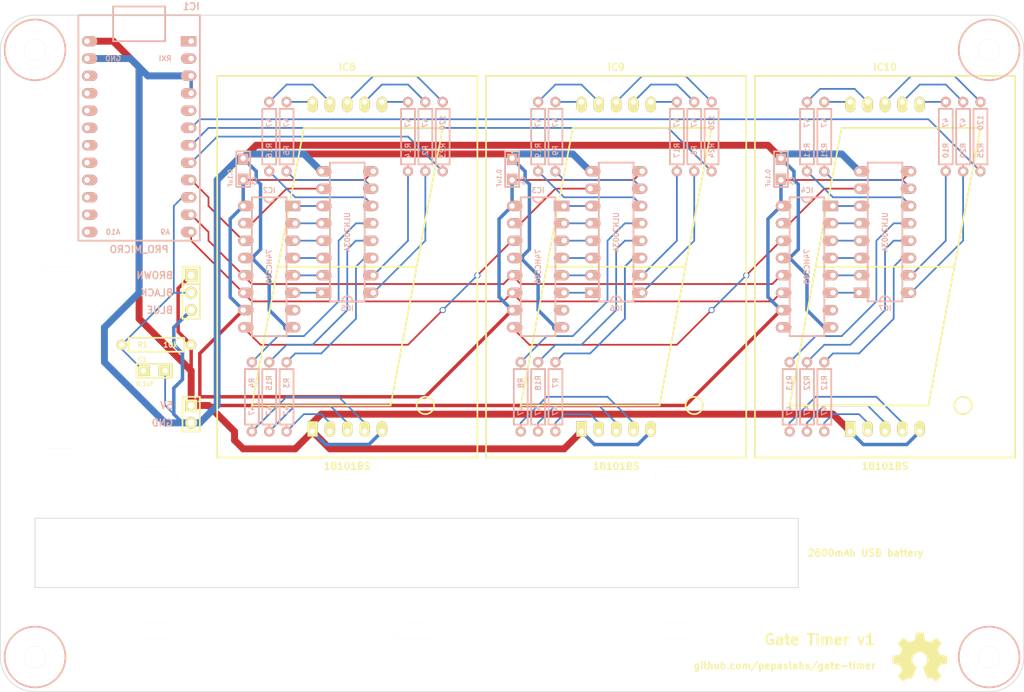
<source format=kicad_pcb>
(kicad_pcb (version 3) (host pcbnew "(2013-07-07 BZR 4022)-stable")

  (general
    (links 119)
    (no_connects 0)
    (area 58.369999 44.8564 208.330001 146.100001)
    (thickness 1.6)
    (drawings 20)
    (tracks 389)
    (zones 0)
    (modules 56)
    (nets 78)
  )

  (page A3)
  (layers
    (15 F.Cu signal)
    (0 B.Cu signal)
    (16 B.Adhes user)
    (17 F.Adhes user)
    (18 B.Paste user)
    (19 F.Paste user)
    (20 B.SilkS user)
    (21 F.SilkS user)
    (22 B.Mask user)
    (23 F.Mask user)
    (24 Dwgs.User user)
    (25 Cmts.User user)
    (26 Eco1.User user)
    (27 Eco2.User user)
    (28 Edge.Cuts user)
  )

  (setup
    (last_trace_width 0.254)
    (user_trace_width 0.254)
    (user_trace_width 0.508)
    (user_trace_width 1.016)
    (user_trace_width 2.032)
    (user_trace_width 4.064)
    (trace_clearance 0.254)
    (zone_clearance 0.508)
    (zone_45_only no)
    (trace_min 0.254)
    (segment_width 0.2)
    (edge_width 0.1)
    (via_size 0.889)
    (via_drill 0.635)
    (via_min_size 0.889)
    (via_min_drill 0.508)
    (user_via 1.4986 0.8128)
    (uvia_size 0.508)
    (uvia_drill 0.127)
    (uvias_allowed no)
    (uvia_min_size 0.508)
    (uvia_min_drill 0.127)
    (pcb_text_width 0.3)
    (pcb_text_size 1.5 1.5)
    (mod_edge_width 0.254)
    (mod_text_size 1 1)
    (mod_text_width 0.15)
    (pad_size 6.35 2.54)
    (pad_drill 6.35)
    (pad_to_mask_clearance 0)
    (aux_axis_origin 0 0)
    (visible_elements 7FFFFFFF)
    (pcbplotparams
      (layerselection 284196865)
      (usegerberextensions true)
      (excludeedgelayer true)
      (linewidth 0.150000)
      (plotframeref false)
      (viasonmask false)
      (mode 1)
      (useauxorigin false)
      (hpglpennumber 1)
      (hpglpenspeed 20)
      (hpglpendiameter 15)
      (hpglpenoverlay 2)
      (psnegative false)
      (psa4output false)
      (plotreference true)
      (plotvalue true)
      (plotothertext true)
      (plotinvisibletext false)
      (padsonsilk false)
      (subtractmaskfromsilk false)
      (outputformat 1)
      (mirror false)
      (drillshape 0)
      (scaleselection 1)
      (outputdirectory releases/v1/gerbers))
  )

  (net 0 "")
  (net 1 5V)
  (net 2 CLOCK)
  (net 3 DATA)
  (net 4 DP1)
  (net 5 DP2)
  (net 6 DP3)
  (net 7 GND)
  (net 8 LATCH)
  (net 9 N-0000010)
  (net 10 N-0000011)
  (net 11 N-0000012)
  (net 12 N-0000013)
  (net 13 N-0000014)
  (net 14 N-0000015)
  (net 15 N-0000016)
  (net 16 N-0000017)
  (net 17 N-0000018)
  (net 18 N-0000019)
  (net 19 N-0000020)
  (net 20 N-0000021)
  (net 21 N-0000022)
  (net 22 N-0000023)
  (net 23 N-0000024)
  (net 24 N-0000025)
  (net 25 N-0000026)
  (net 26 N-0000027)
  (net 27 N-0000028)
  (net 28 N-0000029)
  (net 29 N-0000030)
  (net 30 N-0000031)
  (net 31 N-0000032)
  (net 32 N-0000033)
  (net 33 N-0000034)
  (net 34 N-0000035)
  (net 35 N-0000036)
  (net 36 N-0000037)
  (net 37 N-0000038)
  (net 38 N-000004)
  (net 39 N-0000058)
  (net 40 N-0000059)
  (net 41 N-000006)
  (net 42 N-0000060)
  (net 43 N-0000061)
  (net 44 N-0000062)
  (net 45 N-0000063)
  (net 46 N-0000064)
  (net 47 N-0000065)
  (net 48 N-0000066)
  (net 49 N-0000067)
  (net 50 N-0000068)
  (net 51 N-0000069)
  (net 52 N-0000070)
  (net 53 N-0000071)
  (net 54 N-0000072)
  (net 55 N-0000073)
  (net 56 N-0000074)
  (net 57 N-0000075)
  (net 58 N-0000076)
  (net 59 N-0000077)
  (net 60 N-0000078)
  (net 61 N-0000079)
  (net 62 N-0000080)
  (net 63 N-0000081)
  (net 64 N-0000082)
  (net 65 N-0000083)
  (net 66 N-0000084)
  (net 67 N-0000085)
  (net 68 N-0000086)
  (net 69 N-0000087)
  (net 70 N-0000088)
  (net 71 N-0000089)
  (net 72 N-0000090)
  (net 73 N-0000091)
  (net 74 N-0000092)
  (net 75 N-0000093)
  (net 76 N-0000094)
  (net 77 TRIGGER)

  (net_class Default "This is the default net class."
    (clearance 0.254)
    (trace_width 0.254)
    (via_dia 0.889)
    (via_drill 0.635)
    (uvia_dia 0.508)
    (uvia_drill 0.127)
    (add_net "")
    (add_net 5V)
    (add_net CLOCK)
    (add_net DATA)
    (add_net DP1)
    (add_net DP2)
    (add_net DP3)
    (add_net GND)
    (add_net LATCH)
    (add_net N-0000010)
    (add_net N-0000011)
    (add_net N-0000012)
    (add_net N-0000013)
    (add_net N-0000014)
    (add_net N-0000015)
    (add_net N-0000016)
    (add_net N-0000017)
    (add_net N-0000018)
    (add_net N-0000019)
    (add_net N-0000020)
    (add_net N-0000021)
    (add_net N-0000022)
    (add_net N-0000023)
    (add_net N-0000024)
    (add_net N-0000025)
    (add_net N-0000026)
    (add_net N-0000027)
    (add_net N-0000028)
    (add_net N-0000029)
    (add_net N-0000030)
    (add_net N-0000031)
    (add_net N-0000032)
    (add_net N-0000033)
    (add_net N-0000034)
    (add_net N-0000035)
    (add_net N-0000036)
    (add_net N-0000037)
    (add_net N-0000038)
    (add_net N-000004)
    (add_net N-0000058)
    (add_net N-0000059)
    (add_net N-000006)
    (add_net N-0000060)
    (add_net N-0000061)
    (add_net N-0000062)
    (add_net N-0000063)
    (add_net N-0000064)
    (add_net N-0000065)
    (add_net N-0000066)
    (add_net N-0000067)
    (add_net N-0000068)
    (add_net N-0000069)
    (add_net N-0000070)
    (add_net N-0000071)
    (add_net N-0000072)
    (add_net N-0000073)
    (add_net N-0000074)
    (add_net N-0000075)
    (add_net N-0000076)
    (add_net N-0000077)
    (add_net N-0000078)
    (add_net N-0000079)
    (add_net N-0000080)
    (add_net N-0000081)
    (add_net N-0000082)
    (add_net N-0000083)
    (add_net N-0000084)
    (add_net N-0000085)
    (add_net N-0000086)
    (add_net N-0000087)
    (add_net N-0000088)
    (add_net N-0000089)
    (add_net N-0000090)
    (add_net N-0000091)
    (add_net N-0000092)
    (add_net N-0000093)
    (add_net N-0000094)
    (add_net TRIGGER)
  )

  (module PL_18101BS (layer F.Cu) (tedit 62B8F232) (tstamp 62B90282)
    (at 168.91 55.88)
    (path /62B10E6B)
    (fp_text reference IC10 (at 19.05 -1.27) (layer F.SilkS)
      (effects (font (size 1.016 1.016) (thickness 0.2032)))
    )
    (fp_text value 18101BS (at 19.05 57.15) (layer F.SilkS)
      (effects (font (size 1.016 1.016) (thickness 0.2032)))
    )
    (fp_line (start 8.89 27.94) (end 5.08 48.26) (layer F.SilkS) (width 0.254))
    (fp_line (start 5.08 48.26) (end 25.4 48.26) (layer F.SilkS) (width 0.254))
    (fp_line (start 25.4 48.26) (end 29.21 27.94) (layer F.SilkS) (width 0.254))
    (fp_line (start 12.7 7.62) (end 33.02 7.62) (layer F.SilkS) (width 0.254))
    (fp_line (start 33.02 7.62) (end 29.21 27.94) (layer F.SilkS) (width 0.254))
    (fp_line (start 12.7 7.62) (end 8.89 27.94) (layer F.SilkS) (width 0.254))
    (fp_line (start 8.89 27.94) (end 29.21 27.94) (layer F.SilkS) (width 0.254))
    (fp_circle (center 30.48 48.26) (end 31.75 48.26) (layer F.SilkS) (width 0.254))
    (fp_line (start 0 0) (end 38.1 0) (layer F.SilkS) (width 0.254))
    (fp_line (start 38.1 0) (end 38.1 55.88) (layer F.SilkS) (width 0.254))
    (fp_line (start 38.1 55.88) (end 0 55.88) (layer F.SilkS) (width 0.254))
    (fp_line (start 0 55.88) (end 0 0) (layer F.SilkS) (width 0.254))
    (pad 1 thru_hole rect (at 13.97 52.07) (size 1.4986 2.2479) (drill 0.8128 (offset 0 -0.37465))
      (layers *.Cu *.Mask F.SilkS)
      (net 1 5V)
    )
    (pad 2 thru_hole oval (at 16.51 52.07) (size 1.4986 2.2479) (drill 0.8128 (offset 0 -0.37465))
      (layers *.Cu *.Mask F.SilkS)
      (net 14 N-0000015)
    )
    (pad 3 thru_hole oval (at 19.05 52.07) (size 1.4986 2.2479) (drill 0.8128 (offset 0 -0.37465))
      (layers *.Cu *.Mask F.SilkS)
      (net 34 N-0000035)
    )
    (pad 4 thru_hole oval (at 21.59 52.07) (size 1.4986 2.2479) (drill 0.8128 (offset 0 -0.37465))
      (layers *.Cu *.Mask F.SilkS)
      (net 16 N-0000017)
    )
    (pad 5 thru_hole oval (at 24.13 52.07) (size 1.4986 2.2479) (drill 0.8128 (offset 0 -0.37465))
      (layers *.Cu *.Mask F.SilkS)
      (net 1 5V)
    )
    (pad 6 thru_hole oval (at 24.13 3.81) (size 1.4986 2.2479) (drill 0.8128 (offset 0 0.37465))
      (layers *.Cu *.Mask F.SilkS)
      (net 23 N-0000024)
    )
    (pad 7 thru_hole oval (at 21.59 3.81) (size 1.4986 2.2479) (drill 0.8128 (offset 0 0.37465))
      (layers *.Cu *.Mask F.SilkS)
      (net 18 N-0000019)
    )
    (pad 8 thru_hole oval (at 19.05 3.81) (size 1.4986 2.2479) (drill 0.8128 (offset 0 0.37465))
      (layers *.Cu *.Mask F.SilkS)
      (net 41 N-000006)
    )
    (pad 9 thru_hole oval (at 16.51 3.81) (size 1.4986 2.2479) (drill 0.8128 (offset 0 0.37465))
      (layers *.Cu *.Mask F.SilkS)
      (net 22 N-0000023)
    )
    (pad 10 thru_hole oval (at 13.97 3.81) (size 1.4986 2.2479) (drill 0.8128 (offset 0 0.37465))
      (layers *.Cu *.Mask F.SilkS)
      (net 21 N-0000022)
    )
    (model dil/dil_8.wrl
      (at (xyz 0 0 0))
      (scale (xyz 1 1 1))
      (rotate (xyz 0 0 0))
    )
  )

  (module PL_SIL-3 (layer F.Cu) (tedit 592100C3) (tstamp 62B8E050)
    (at 86.36 87.63 270)
    (descr "Connecteurs 1 pin")
    (tags "CONN DEV")
    (path /62B8D6FC)
    (fp_text reference P1 (at 2.54 2.54 270) (layer F.SilkS) hide
      (effects (font (size 0.762 0.762) (thickness 0.1524)))
    )
    (fp_text value CONN_3X1 (at 2.54 -2.54 270) (layer F.SilkS) hide
      (effects (font (size 0.762 0.762) (thickness 0.1524)))
    )
    (fp_line (start -1.27 -1.27) (end -1.27 1.27) (layer F.SilkS) (width 0.254))
    (fp_line (start -3.81 -1.27) (end 3.81 -1.27) (layer F.SilkS) (width 0.254))
    (fp_line (start 3.81 -1.27) (end 3.81 1.27) (layer F.SilkS) (width 0.254))
    (fp_line (start 3.81 1.27) (end -3.81 1.27) (layer F.SilkS) (width 0.254))
    (fp_line (start -3.81 1.27) (end -3.81 -1.27) (layer F.SilkS) (width 0.254))
    (pad 1 thru_hole rect (at -2.54 0 270) (size 1.7526 1.7526) (drill 1.016)
      (layers *.Cu *.Mask F.SilkS)
      (net 1 5V)
    )
    (pad 2 thru_hole circle (at 0 0 270) (size 1.7526 1.7526) (drill 1.016)
      (layers *.Cu *.Mask F.SilkS)
      (net 77 TRIGGER)
    )
    (pad 3 thru_hole circle (at 2.54 0 270) (size 1.7526 1.7526) (drill 1.016)
      (layers *.Cu *.Mask F.SilkS)
      (net 7 GND)
    )
  )

  (module PL_SIL-2 (layer F.Cu) (tedit 5920FFF1) (tstamp 62B8E05A)
    (at 86.36 104.14 270)
    (descr "Connecteurs 1 pin")
    (tags "CONN DEV")
    (path /62B8E1A1)
    (fp_text reference P2 (at 1.27 2.54 270) (layer F.SilkS) hide
      (effects (font (size 0.762 0.762) (thickness 0.1524)))
    )
    (fp_text value CONN_2X1 (at 1.27 -2.54 270) (layer F.SilkS) hide
      (effects (font (size 0.762 0.762) (thickness 0.1524)))
    )
    (fp_line (start -1.27 -1.27) (end 3.81 -1.27) (layer F.SilkS) (width 0.254))
    (fp_line (start 3.81 -1.27) (end 3.81 1.27) (layer F.SilkS) (width 0.254))
    (fp_line (start 3.81 1.27) (end -1.27 1.27) (layer F.SilkS) (width 0.254))
    (fp_line (start -1.27 1.27) (end -1.27 -1.27) (layer F.SilkS) (width 0.254))
    (pad 1 thru_hole rect (at 0 0 270) (size 1.7526 1.7526) (drill 1.016)
      (layers *.Cu *.Mask F.SilkS)
      (net 1 5V)
    )
    (pad 2 thru_hole circle (at 2.54 0 270) (size 1.7526 1.7526) (drill 1.016)
      (layers *.Cu *.Mask F.SilkS)
      (net 7 GND)
    )
  )

  (module PL_R_AXIAL_0W25_059A (layer B.Cu) (tedit 53A245D9) (tstamp 62B8E067)
    (at 139.7 69.85 90)
    (descr "Resistor Axial 1/4W 0.4\"")
    (tags R)
    (path /62B10DBD)
    (autoplace_cost180 10)
    (fp_text reference R9 (at 3.048 0 90) (layer B.SilkS)
      (effects (font (size 0.762 0.762) (thickness 0.1524)) (justify mirror))
    )
    (fp_text value 47 (at 7.112 0 90) (layer B.SilkS)
      (effects (font (size 0.762 0.762) (thickness 0.1524)) (justify mirror))
    )
    (fp_line (start 0 0) (end 1.016 0) (layer B.SilkS) (width 0.254))
    (fp_line (start 1.016 0) (end 1.016 1.016) (layer B.SilkS) (width 0.254))
    (fp_line (start 1.016 1.016) (end 9.144 1.016) (layer B.SilkS) (width 0.254))
    (fp_line (start 9.144 1.016) (end 9.144 -1.016) (layer B.SilkS) (width 0.254))
    (fp_line (start 9.144 -1.016) (end 1.016 -1.016) (layer B.SilkS) (width 0.254))
    (fp_line (start 1.016 -1.016) (end 1.016 0) (layer B.SilkS) (width 0.254))
    (fp_line (start 10.16 0) (end 9.144 0) (layer B.SilkS) (width 0.254))
    (pad 1 thru_hole oval (at 0 0 90) (size 1.4986 1.4986) (drill 0.8128)
      (layers *.Cu *.Mask B.SilkS)
      (net 75 N-0000093)
    )
    (pad 2 thru_hole oval (at 10.16 0 90) (size 1.4986 1.4986) (drill 0.8128)
      (layers *.Cu *.Mask B.SilkS)
      (net 35 N-0000036)
    )
    (model discret/resistor.wrl
      (at (xyz 0 0 0))
      (scale (xyz 0.4 0.4 0.4))
      (rotate (xyz 0 0 0))
    )
  )

  (module PL_R_AXIAL_0W25_059A (layer B.Cu) (tedit 53A245D9) (tstamp 62B8E074)
    (at 176.53 97.79 270)
    (descr "Resistor Axial 1/4W 0.4\"")
    (tags R)
    (path /62B10E5D)
    (autoplace_cost180 10)
    (fp_text reference R22 (at 3.048 0 270) (layer B.SilkS)
      (effects (font (size 0.762 0.762) (thickness 0.1524)) (justify mirror))
    )
    (fp_text value 47 (at 7.112 0 270) (layer B.SilkS)
      (effects (font (size 0.762 0.762) (thickness 0.1524)) (justify mirror))
    )
    (fp_line (start 0 0) (end 1.016 0) (layer B.SilkS) (width 0.254))
    (fp_line (start 1.016 0) (end 1.016 1.016) (layer B.SilkS) (width 0.254))
    (fp_line (start 1.016 1.016) (end 9.144 1.016) (layer B.SilkS) (width 0.254))
    (fp_line (start 9.144 1.016) (end 9.144 -1.016) (layer B.SilkS) (width 0.254))
    (fp_line (start 9.144 -1.016) (end 1.016 -1.016) (layer B.SilkS) (width 0.254))
    (fp_line (start 1.016 -1.016) (end 1.016 0) (layer B.SilkS) (width 0.254))
    (fp_line (start 10.16 0) (end 9.144 0) (layer B.SilkS) (width 0.254))
    (pad 1 thru_hole oval (at 0 0 270) (size 1.4986 1.4986) (drill 0.8128)
      (layers *.Cu *.Mask B.SilkS)
      (net 29 N-0000030)
    )
    (pad 2 thru_hole oval (at 10.16 0 270) (size 1.4986 1.4986) (drill 0.8128)
      (layers *.Cu *.Mask B.SilkS)
      (net 34 N-0000035)
    )
    (model discret/resistor.wrl
      (at (xyz 0 0 0))
      (scale (xyz 0.4 0.4 0.4))
      (rotate (xyz 0 0 0))
    )
  )

  (module PL_R_AXIAL_0W25_059A (layer B.Cu) (tedit 53A245D9) (tstamp 62B8E081)
    (at 179.07 69.85 90)
    (descr "Resistor Axial 1/4W 0.4\"")
    (tags R)
    (path /62B10E57)
    (autoplace_cost180 10)
    (fp_text reference R21 (at 3.048 0 90) (layer B.SilkS)
      (effects (font (size 0.762 0.762) (thickness 0.1524)) (justify mirror))
    )
    (fp_text value 47 (at 7.112 0 90) (layer B.SilkS)
      (effects (font (size 0.762 0.762) (thickness 0.1524)) (justify mirror))
    )
    (fp_line (start 0 0) (end 1.016 0) (layer B.SilkS) (width 0.254))
    (fp_line (start 1.016 0) (end 1.016 1.016) (layer B.SilkS) (width 0.254))
    (fp_line (start 1.016 1.016) (end 9.144 1.016) (layer B.SilkS) (width 0.254))
    (fp_line (start 9.144 1.016) (end 9.144 -1.016) (layer B.SilkS) (width 0.254))
    (fp_line (start 9.144 -1.016) (end 1.016 -1.016) (layer B.SilkS) (width 0.254))
    (fp_line (start 1.016 -1.016) (end 1.016 0) (layer B.SilkS) (width 0.254))
    (fp_line (start 10.16 0) (end 9.144 0) (layer B.SilkS) (width 0.254))
    (pad 1 thru_hole oval (at 0 0 90) (size 1.4986 1.4986) (drill 0.8128)
      (layers *.Cu *.Mask B.SilkS)
      (net 19 N-0000020)
    )
    (pad 2 thru_hole oval (at 10.16 0 90) (size 1.4986 1.4986) (drill 0.8128)
      (layers *.Cu *.Mask B.SilkS)
      (net 21 N-0000022)
    )
    (model discret/resistor.wrl
      (at (xyz 0 0 0))
      (scale (xyz 0.4 0.4 0.4))
      (rotate (xyz 0 0 0))
    )
  )

  (module PL_R_AXIAL_0W25_059A (layer B.Cu) (tedit 53A245D9) (tstamp 62B8E08E)
    (at 199.39 69.85 90)
    (descr "Resistor Axial 1/4W 0.4\"")
    (tags R)
    (path /62B10E51)
    (autoplace_cost180 10)
    (fp_text reference R20 (at 3.048 0 90) (layer B.SilkS)
      (effects (font (size 0.762 0.762) (thickness 0.1524)) (justify mirror))
    )
    (fp_text value 47 (at 7.112 0 90) (layer B.SilkS)
      (effects (font (size 0.762 0.762) (thickness 0.1524)) (justify mirror))
    )
    (fp_line (start 0 0) (end 1.016 0) (layer B.SilkS) (width 0.254))
    (fp_line (start 1.016 0) (end 1.016 1.016) (layer B.SilkS) (width 0.254))
    (fp_line (start 1.016 1.016) (end 9.144 1.016) (layer B.SilkS) (width 0.254))
    (fp_line (start 9.144 1.016) (end 9.144 -1.016) (layer B.SilkS) (width 0.254))
    (fp_line (start 9.144 -1.016) (end 1.016 -1.016) (layer B.SilkS) (width 0.254))
    (fp_line (start 1.016 -1.016) (end 1.016 0) (layer B.SilkS) (width 0.254))
    (fp_line (start 10.16 0) (end 9.144 0) (layer B.SilkS) (width 0.254))
    (pad 1 thru_hole oval (at 0 0 90) (size 1.4986 1.4986) (drill 0.8128)
      (layers *.Cu *.Mask B.SilkS)
      (net 17 N-0000018)
    )
    (pad 2 thru_hole oval (at 10.16 0 90) (size 1.4986 1.4986) (drill 0.8128)
      (layers *.Cu *.Mask B.SilkS)
      (net 18 N-0000019)
    )
    (model discret/resistor.wrl
      (at (xyz 0 0 0))
      (scale (xyz 0.4 0.4 0.4))
      (rotate (xyz 0 0 0))
    )
  )

  (module PL_R_AXIAL_0W25_059A (layer B.Cu) (tedit 53A245D9) (tstamp 62B8E09B)
    (at 173.99 97.79 270)
    (descr "Resistor Axial 1/4W 0.4\"")
    (tags R)
    (path /62B10E4B)
    (autoplace_cost180 10)
    (fp_text reference R13 (at 3.048 0 270) (layer B.SilkS)
      (effects (font (size 0.762 0.762) (thickness 0.1524)) (justify mirror))
    )
    (fp_text value 47 (at 7.112 0 270) (layer B.SilkS)
      (effects (font (size 0.762 0.762) (thickness 0.1524)) (justify mirror))
    )
    (fp_line (start 0 0) (end 1.016 0) (layer B.SilkS) (width 0.254))
    (fp_line (start 1.016 0) (end 1.016 1.016) (layer B.SilkS) (width 0.254))
    (fp_line (start 1.016 1.016) (end 9.144 1.016) (layer B.SilkS) (width 0.254))
    (fp_line (start 9.144 1.016) (end 9.144 -1.016) (layer B.SilkS) (width 0.254))
    (fp_line (start 9.144 -1.016) (end 1.016 -1.016) (layer B.SilkS) (width 0.254))
    (fp_line (start 1.016 -1.016) (end 1.016 0) (layer B.SilkS) (width 0.254))
    (fp_line (start 10.16 0) (end 9.144 0) (layer B.SilkS) (width 0.254))
    (pad 1 thru_hole oval (at 0 0 270) (size 1.4986 1.4986) (drill 0.8128)
      (layers *.Cu *.Mask B.SilkS)
      (net 15 N-0000016)
    )
    (pad 2 thru_hole oval (at 10.16 0 270) (size 1.4986 1.4986) (drill 0.8128)
      (layers *.Cu *.Mask B.SilkS)
      (net 16 N-0000017)
    )
    (model discret/resistor.wrl
      (at (xyz 0 0 0))
      (scale (xyz 0.4 0.4 0.4))
      (rotate (xyz 0 0 0))
    )
  )

  (module PL_R_AXIAL_0W25_059A (layer B.Cu) (tedit 53A245D9) (tstamp 62B8E0A8)
    (at 179.07 97.79 270)
    (descr "Resistor Axial 1/4W 0.4\"")
    (tags R)
    (path /62B10E45)
    (autoplace_cost180 10)
    (fp_text reference R12 (at 3.048 0 270) (layer B.SilkS)
      (effects (font (size 0.762 0.762) (thickness 0.1524)) (justify mirror))
    )
    (fp_text value 47 (at 7.112 0 270) (layer B.SilkS)
      (effects (font (size 0.762 0.762) (thickness 0.1524)) (justify mirror))
    )
    (fp_line (start 0 0) (end 1.016 0) (layer B.SilkS) (width 0.254))
    (fp_line (start 1.016 0) (end 1.016 1.016) (layer B.SilkS) (width 0.254))
    (fp_line (start 1.016 1.016) (end 9.144 1.016) (layer B.SilkS) (width 0.254))
    (fp_line (start 9.144 1.016) (end 9.144 -1.016) (layer B.SilkS) (width 0.254))
    (fp_line (start 9.144 -1.016) (end 1.016 -1.016) (layer B.SilkS) (width 0.254))
    (fp_line (start 1.016 -1.016) (end 1.016 0) (layer B.SilkS) (width 0.254))
    (fp_line (start 10.16 0) (end 9.144 0) (layer B.SilkS) (width 0.254))
    (pad 1 thru_hole oval (at 0 0 270) (size 1.4986 1.4986) (drill 0.8128)
      (layers *.Cu *.Mask B.SilkS)
      (net 13 N-0000014)
    )
    (pad 2 thru_hole oval (at 10.16 0 270) (size 1.4986 1.4986) (drill 0.8128)
      (layers *.Cu *.Mask B.SilkS)
      (net 14 N-0000015)
    )
    (model discret/resistor.wrl
      (at (xyz 0 0 0))
      (scale (xyz 0.4 0.4 0.4))
      (rotate (xyz 0 0 0))
    )
  )

  (module PL_R_AXIAL_0W25_059A (layer B.Cu) (tedit 53A245D9) (tstamp 62B8E0B5)
    (at 176.53 69.85 90)
    (descr "Resistor Axial 1/4W 0.4\"")
    (tags R)
    (path /62B10E3F)
    (autoplace_cost180 10)
    (fp_text reference R11 (at 3.048 0 90) (layer B.SilkS)
      (effects (font (size 0.762 0.762) (thickness 0.1524)) (justify mirror))
    )
    (fp_text value 47 (at 7.112 0 90) (layer B.SilkS)
      (effects (font (size 0.762 0.762) (thickness 0.1524)) (justify mirror))
    )
    (fp_line (start 0 0) (end 1.016 0) (layer B.SilkS) (width 0.254))
    (fp_line (start 1.016 0) (end 1.016 1.016) (layer B.SilkS) (width 0.254))
    (fp_line (start 1.016 1.016) (end 9.144 1.016) (layer B.SilkS) (width 0.254))
    (fp_line (start 9.144 1.016) (end 9.144 -1.016) (layer B.SilkS) (width 0.254))
    (fp_line (start 9.144 -1.016) (end 1.016 -1.016) (layer B.SilkS) (width 0.254))
    (fp_line (start 1.016 -1.016) (end 1.016 0) (layer B.SilkS) (width 0.254))
    (fp_line (start 10.16 0) (end 9.144 0) (layer B.SilkS) (width 0.254))
    (pad 1 thru_hole oval (at 0 0 90) (size 1.4986 1.4986) (drill 0.8128)
      (layers *.Cu *.Mask B.SilkS)
      (net 12 N-0000013)
    )
    (pad 2 thru_hole oval (at 10.16 0 90) (size 1.4986 1.4986) (drill 0.8128)
      (layers *.Cu *.Mask B.SilkS)
      (net 22 N-0000023)
    )
    (model discret/resistor.wrl
      (at (xyz 0 0 0))
      (scale (xyz 0.4 0.4 0.4))
      (rotate (xyz 0 0 0))
    )
  )

  (module PL_R_AXIAL_0W25_059A (layer B.Cu) (tedit 53A245D9) (tstamp 62B8E0C2)
    (at 196.85 69.85 90)
    (descr "Resistor Axial 1/4W 0.4\"")
    (tags R)
    (path /62B10E29)
    (autoplace_cost180 10)
    (fp_text reference R10 (at 3.048 0 90) (layer B.SilkS)
      (effects (font (size 0.762 0.762) (thickness 0.1524)) (justify mirror))
    )
    (fp_text value 47 (at 7.112 0 90) (layer B.SilkS)
      (effects (font (size 0.762 0.762) (thickness 0.1524)) (justify mirror))
    )
    (fp_line (start 0 0) (end 1.016 0) (layer B.SilkS) (width 0.254))
    (fp_line (start 1.016 0) (end 1.016 1.016) (layer B.SilkS) (width 0.254))
    (fp_line (start 1.016 1.016) (end 9.144 1.016) (layer B.SilkS) (width 0.254))
    (fp_line (start 9.144 1.016) (end 9.144 -1.016) (layer B.SilkS) (width 0.254))
    (fp_line (start 9.144 -1.016) (end 1.016 -1.016) (layer B.SilkS) (width 0.254))
    (fp_line (start 1.016 -1.016) (end 1.016 0) (layer B.SilkS) (width 0.254))
    (fp_line (start 10.16 0) (end 9.144 0) (layer B.SilkS) (width 0.254))
    (pad 1 thru_hole oval (at 0 0 90) (size 1.4986 1.4986) (drill 0.8128)
      (layers *.Cu *.Mask B.SilkS)
      (net 20 N-0000021)
    )
    (pad 2 thru_hole oval (at 10.16 0 90) (size 1.4986 1.4986) (drill 0.8128)
      (layers *.Cu *.Mask B.SilkS)
      (net 23 N-0000024)
    )
    (model discret/resistor.wrl
      (at (xyz 0 0 0))
      (scale (xyz 0.4 0.4 0.4))
      (rotate (xyz 0 0 0))
    )
  )

  (module PL_R_AXIAL_0W25_059A (layer B.Cu) (tedit 53A245D9) (tstamp 62B8E0CF)
    (at 201.93 69.85 90)
    (descr "Resistor Axial 1/4W 0.4\"")
    (tags R)
    (path /62B10E23)
    (autoplace_cost180 10)
    (fp_text reference R25 (at 3.048 0 90) (layer B.SilkS)
      (effects (font (size 0.762 0.762) (thickness 0.1524)) (justify mirror))
    )
    (fp_text value 120 (at 7.112 0 90) (layer B.SilkS)
      (effects (font (size 0.762 0.762) (thickness 0.1524)) (justify mirror))
    )
    (fp_line (start 0 0) (end 1.016 0) (layer B.SilkS) (width 0.254))
    (fp_line (start 1.016 0) (end 1.016 1.016) (layer B.SilkS) (width 0.254))
    (fp_line (start 1.016 1.016) (end 9.144 1.016) (layer B.SilkS) (width 0.254))
    (fp_line (start 9.144 1.016) (end 9.144 -1.016) (layer B.SilkS) (width 0.254))
    (fp_line (start 9.144 -1.016) (end 1.016 -1.016) (layer B.SilkS) (width 0.254))
    (fp_line (start 1.016 -1.016) (end 1.016 0) (layer B.SilkS) (width 0.254))
    (fp_line (start 10.16 0) (end 9.144 0) (layer B.SilkS) (width 0.254))
    (pad 1 thru_hole oval (at 0 0 90) (size 1.4986 1.4986) (drill 0.8128)
      (layers *.Cu *.Mask B.SilkS)
      (net 6 DP3)
    )
    (pad 2 thru_hole oval (at 10.16 0 90) (size 1.4986 1.4986) (drill 0.8128)
      (layers *.Cu *.Mask B.SilkS)
      (net 41 N-000006)
    )
    (model discret/resistor.wrl
      (at (xyz 0 0 0))
      (scale (xyz 0.4 0.4 0.4))
      (rotate (xyz 0 0 0))
    )
  )

  (module PL_R_AXIAL_0W25_059A (layer B.Cu) (tedit 53A245D9) (tstamp 62B8E0DC)
    (at 137.16 69.85 90)
    (descr "Resistor Axial 1/4W 0.4\"")
    (tags R)
    (path /62B10DCF)
    (autoplace_cost180 10)
    (fp_text reference R19 (at 3.048 0 90) (layer B.SilkS)
      (effects (font (size 0.762 0.762) (thickness 0.1524)) (justify mirror))
    )
    (fp_text value 47 (at 7.112 0 90) (layer B.SilkS)
      (effects (font (size 0.762 0.762) (thickness 0.1524)) (justify mirror))
    )
    (fp_line (start 0 0) (end 1.016 0) (layer B.SilkS) (width 0.254))
    (fp_line (start 1.016 0) (end 1.016 1.016) (layer B.SilkS) (width 0.254))
    (fp_line (start 1.016 1.016) (end 9.144 1.016) (layer B.SilkS) (width 0.254))
    (fp_line (start 9.144 1.016) (end 9.144 -1.016) (layer B.SilkS) (width 0.254))
    (fp_line (start 9.144 -1.016) (end 1.016 -1.016) (layer B.SilkS) (width 0.254))
    (fp_line (start 1.016 -1.016) (end 1.016 0) (layer B.SilkS) (width 0.254))
    (fp_line (start 10.16 0) (end 9.144 0) (layer B.SilkS) (width 0.254))
    (pad 1 thru_hole oval (at 0 0 90) (size 1.4986 1.4986) (drill 0.8128)
      (layers *.Cu *.Mask B.SilkS)
      (net 73 N-0000091)
    )
    (pad 2 thru_hole oval (at 10.16 0 90) (size 1.4986 1.4986) (drill 0.8128)
      (layers *.Cu *.Mask B.SilkS)
      (net 67 N-0000085)
    )
    (model discret/resistor.wrl
      (at (xyz 0 0 0))
      (scale (xyz 0.4 0.4 0.4))
      (rotate (xyz 0 0 0))
    )
  )

  (module PL_R_AXIAL_0W25_059A (layer B.Cu) (tedit 53A245D9) (tstamp 62B8E0E9)
    (at 137.16 97.79 270)
    (descr "Resistor Axial 1/4W 0.4\"")
    (tags R)
    (path /62B10DC9)
    (autoplace_cost180 10)
    (fp_text reference R18 (at 3.048 0 270) (layer B.SilkS)
      (effects (font (size 0.762 0.762) (thickness 0.1524)) (justify mirror))
    )
    (fp_text value 47 (at 7.112 0 270) (layer B.SilkS)
      (effects (font (size 0.762 0.762) (thickness 0.1524)) (justify mirror))
    )
    (fp_line (start 0 0) (end 1.016 0) (layer B.SilkS) (width 0.254))
    (fp_line (start 1.016 0) (end 1.016 1.016) (layer B.SilkS) (width 0.254))
    (fp_line (start 1.016 1.016) (end 9.144 1.016) (layer B.SilkS) (width 0.254))
    (fp_line (start 9.144 1.016) (end 9.144 -1.016) (layer B.SilkS) (width 0.254))
    (fp_line (start 9.144 -1.016) (end 1.016 -1.016) (layer B.SilkS) (width 0.254))
    (fp_line (start 1.016 -1.016) (end 1.016 0) (layer B.SilkS) (width 0.254))
    (fp_line (start 10.16 0) (end 9.144 0) (layer B.SilkS) (width 0.254))
    (pad 1 thru_hole oval (at 0 0 270) (size 1.4986 1.4986) (drill 0.8128)
      (layers *.Cu *.Mask B.SilkS)
      (net 76 N-0000094)
    )
    (pad 2 thru_hole oval (at 10.16 0 270) (size 1.4986 1.4986) (drill 0.8128)
      (layers *.Cu *.Mask B.SilkS)
      (net 57 N-0000075)
    )
    (model discret/resistor.wrl
      (at (xyz 0 0 0))
      (scale (xyz 0.4 0.4 0.4))
      (rotate (xyz 0 0 0))
    )
  )

  (module PL_R_AXIAL_0W25_059A (layer B.Cu) (tedit 53A245D9) (tstamp 62B8E0F6)
    (at 157.48 69.85 90)
    (descr "Resistor Axial 1/4W 0.4\"")
    (tags R)
    (path /62B10DC3)
    (autoplace_cost180 10)
    (fp_text reference R17 (at 3.048 0 90) (layer B.SilkS)
      (effects (font (size 0.762 0.762) (thickness 0.1524)) (justify mirror))
    )
    (fp_text value 47 (at 7.112 0 90) (layer B.SilkS)
      (effects (font (size 0.762 0.762) (thickness 0.1524)) (justify mirror))
    )
    (fp_line (start 0 0) (end 1.016 0) (layer B.SilkS) (width 0.254))
    (fp_line (start 1.016 0) (end 1.016 1.016) (layer B.SilkS) (width 0.254))
    (fp_line (start 1.016 1.016) (end 9.144 1.016) (layer B.SilkS) (width 0.254))
    (fp_line (start 9.144 1.016) (end 9.144 -1.016) (layer B.SilkS) (width 0.254))
    (fp_line (start 9.144 -1.016) (end 1.016 -1.016) (layer B.SilkS) (width 0.254))
    (fp_line (start 1.016 -1.016) (end 1.016 0) (layer B.SilkS) (width 0.254))
    (fp_line (start 10.16 0) (end 9.144 0) (layer B.SilkS) (width 0.254))
    (pad 1 thru_hole oval (at 0 0 90) (size 1.4986 1.4986) (drill 0.8128)
      (layers *.Cu *.Mask B.SilkS)
      (net 68 N-0000086)
    )
    (pad 2 thru_hole oval (at 10.16 0 90) (size 1.4986 1.4986) (drill 0.8128)
      (layers *.Cu *.Mask B.SilkS)
      (net 65 N-0000083)
    )
    (model discret/resistor.wrl
      (at (xyz 0 0 0))
      (scale (xyz 0.4 0.4 0.4))
      (rotate (xyz 0 0 0))
    )
  )

  (module PL_R_AXIAL_0W25_059A (layer B.Cu) (tedit 53A245D9) (tstamp 62B8E103)
    (at 134.62 97.79 270)
    (descr "Resistor Axial 1/4W 0.4\"")
    (tags R)
    (path /62B10DB7)
    (autoplace_cost180 10)
    (fp_text reference R8 (at 3.048 0 270) (layer B.SilkS)
      (effects (font (size 0.762 0.762) (thickness 0.1524)) (justify mirror))
    )
    (fp_text value 47 (at 7.112 0 270) (layer B.SilkS)
      (effects (font (size 0.762 0.762) (thickness 0.1524)) (justify mirror))
    )
    (fp_line (start 0 0) (end 1.016 0) (layer B.SilkS) (width 0.254))
    (fp_line (start 1.016 0) (end 1.016 1.016) (layer B.SilkS) (width 0.254))
    (fp_line (start 1.016 1.016) (end 9.144 1.016) (layer B.SilkS) (width 0.254))
    (fp_line (start 9.144 1.016) (end 9.144 -1.016) (layer B.SilkS) (width 0.254))
    (fp_line (start 9.144 -1.016) (end 1.016 -1.016) (layer B.SilkS) (width 0.254))
    (fp_line (start 1.016 -1.016) (end 1.016 0) (layer B.SilkS) (width 0.254))
    (fp_line (start 10.16 0) (end 9.144 0) (layer B.SilkS) (width 0.254))
    (pad 1 thru_hole oval (at 0 0 270) (size 1.4986 1.4986) (drill 0.8128)
      (layers *.Cu *.Mask B.SilkS)
      (net 74 N-0000092)
    )
    (pad 2 thru_hole oval (at 10.16 0 270) (size 1.4986 1.4986) (drill 0.8128)
      (layers *.Cu *.Mask B.SilkS)
      (net 58 N-0000076)
    )
    (model discret/resistor.wrl
      (at (xyz 0 0 0))
      (scale (xyz 0.4 0.4 0.4))
      (rotate (xyz 0 0 0))
    )
  )

  (module PL_R_AXIAL_0W25_059A (layer B.Cu) (tedit 53A245D9) (tstamp 62B8E110)
    (at 139.7 97.79 270)
    (descr "Resistor Axial 1/4W 0.4\"")
    (tags R)
    (path /62B10DB1)
    (autoplace_cost180 10)
    (fp_text reference R7 (at 3.048 0 270) (layer B.SilkS)
      (effects (font (size 0.762 0.762) (thickness 0.1524)) (justify mirror))
    )
    (fp_text value 47 (at 7.112 0 270) (layer B.SilkS)
      (effects (font (size 0.762 0.762) (thickness 0.1524)) (justify mirror))
    )
    (fp_line (start 0 0) (end 1.016 0) (layer B.SilkS) (width 0.254))
    (fp_line (start 1.016 0) (end 1.016 1.016) (layer B.SilkS) (width 0.254))
    (fp_line (start 1.016 1.016) (end 9.144 1.016) (layer B.SilkS) (width 0.254))
    (fp_line (start 9.144 1.016) (end 9.144 -1.016) (layer B.SilkS) (width 0.254))
    (fp_line (start 9.144 -1.016) (end 1.016 -1.016) (layer B.SilkS) (width 0.254))
    (fp_line (start 1.016 -1.016) (end 1.016 0) (layer B.SilkS) (width 0.254))
    (fp_line (start 10.16 0) (end 9.144 0) (layer B.SilkS) (width 0.254))
    (pad 1 thru_hole oval (at 0 0 270) (size 1.4986 1.4986) (drill 0.8128)
      (layers *.Cu *.Mask B.SilkS)
      (net 71 N-0000089)
    )
    (pad 2 thru_hole oval (at 10.16 0 270) (size 1.4986 1.4986) (drill 0.8128)
      (layers *.Cu *.Mask B.SilkS)
      (net 64 N-0000082)
    )
    (model discret/resistor.wrl
      (at (xyz 0 0 0))
      (scale (xyz 0.4 0.4 0.4))
      (rotate (xyz 0 0 0))
    )
  )

  (module PL_R_AXIAL_0W25_059A (layer B.Cu) (tedit 53A245D9) (tstamp 62B8E11D)
    (at 123.19 69.85 90)
    (descr "Resistor Axial 1/4W 0.4\"")
    (tags R)
    (path /62B1042C)
    (autoplace_cost180 10)
    (fp_text reference R23 (at 3.048 0 90) (layer B.SilkS)
      (effects (font (size 0.762 0.762) (thickness 0.1524)) (justify mirror))
    )
    (fp_text value 120 (at 7.112 0 90) (layer B.SilkS)
      (effects (font (size 0.762 0.762) (thickness 0.1524)) (justify mirror))
    )
    (fp_line (start 0 0) (end 1.016 0) (layer B.SilkS) (width 0.254))
    (fp_line (start 1.016 0) (end 1.016 1.016) (layer B.SilkS) (width 0.254))
    (fp_line (start 1.016 1.016) (end 9.144 1.016) (layer B.SilkS) (width 0.254))
    (fp_line (start 9.144 1.016) (end 9.144 -1.016) (layer B.SilkS) (width 0.254))
    (fp_line (start 9.144 -1.016) (end 1.016 -1.016) (layer B.SilkS) (width 0.254))
    (fp_line (start 1.016 -1.016) (end 1.016 0) (layer B.SilkS) (width 0.254))
    (fp_line (start 10.16 0) (end 9.144 0) (layer B.SilkS) (width 0.254))
    (pad 1 thru_hole oval (at 0 0 90) (size 1.4986 1.4986) (drill 0.8128)
      (layers *.Cu *.Mask B.SilkS)
      (net 4 DP1)
    )
    (pad 2 thru_hole oval (at 10.16 0 90) (size 1.4986 1.4986) (drill 0.8128)
      (layers *.Cu *.Mask B.SilkS)
      (net 55 N-0000073)
    )
    (model discret/resistor.wrl
      (at (xyz 0 0 0))
      (scale (xyz 0.4 0.4 0.4))
      (rotate (xyz 0 0 0))
    )
  )

  (module PL_R_AXIAL_0W25_059A (layer B.Cu) (tedit 53A245D9) (tstamp 62B8E12A)
    (at 120.65 69.85 90)
    (descr "Resistor Axial 1/4W 0.4\"")
    (tags R)
    (path /62B10451)
    (autoplace_cost180 10)
    (fp_text reference R2 (at 3.048 0 90) (layer B.SilkS)
      (effects (font (size 0.762 0.762) (thickness 0.1524)) (justify mirror))
    )
    (fp_text value 47 (at 7.112 0 90) (layer B.SilkS)
      (effects (font (size 0.762 0.762) (thickness 0.1524)) (justify mirror))
    )
    (fp_line (start 0 0) (end 1.016 0) (layer B.SilkS) (width 0.254))
    (fp_line (start 1.016 0) (end 1.016 1.016) (layer B.SilkS) (width 0.254))
    (fp_line (start 1.016 1.016) (end 9.144 1.016) (layer B.SilkS) (width 0.254))
    (fp_line (start 9.144 1.016) (end 9.144 -1.016) (layer B.SilkS) (width 0.254))
    (fp_line (start 9.144 -1.016) (end 1.016 -1.016) (layer B.SilkS) (width 0.254))
    (fp_line (start 1.016 -1.016) (end 1.016 0) (layer B.SilkS) (width 0.254))
    (fp_line (start 10.16 0) (end 9.144 0) (layer B.SilkS) (width 0.254))
    (pad 1 thru_hole oval (at 0 0 90) (size 1.4986 1.4986) (drill 0.8128)
      (layers *.Cu *.Mask B.SilkS)
      (net 46 N-0000064)
    )
    (pad 2 thru_hole oval (at 10.16 0 90) (size 1.4986 1.4986) (drill 0.8128)
      (layers *.Cu *.Mask B.SilkS)
      (net 31 N-0000032)
    )
    (model discret/resistor.wrl
      (at (xyz 0 0 0))
      (scale (xyz 0.4 0.4 0.4))
      (rotate (xyz 0 0 0))
    )
  )

  (module PL_R_AXIAL_0W25_059A (layer B.Cu) (tedit 53A245D9) (tstamp 62B8E137)
    (at 100.33 97.79 270)
    (descr "Resistor Axial 1/4W 0.4\"")
    (tags R)
    (path /62B105DF)
    (autoplace_cost180 10)
    (fp_text reference R3 (at 3.048 0 270) (layer B.SilkS)
      (effects (font (size 0.762 0.762) (thickness 0.1524)) (justify mirror))
    )
    (fp_text value 47 (at 7.112 0 270) (layer B.SilkS)
      (effects (font (size 0.762 0.762) (thickness 0.1524)) (justify mirror))
    )
    (fp_line (start 0 0) (end 1.016 0) (layer B.SilkS) (width 0.254))
    (fp_line (start 1.016 0) (end 1.016 1.016) (layer B.SilkS) (width 0.254))
    (fp_line (start 1.016 1.016) (end 9.144 1.016) (layer B.SilkS) (width 0.254))
    (fp_line (start 9.144 1.016) (end 9.144 -1.016) (layer B.SilkS) (width 0.254))
    (fp_line (start 9.144 -1.016) (end 1.016 -1.016) (layer B.SilkS) (width 0.254))
    (fp_line (start 1.016 -1.016) (end 1.016 0) (layer B.SilkS) (width 0.254))
    (fp_line (start 10.16 0) (end 9.144 0) (layer B.SilkS) (width 0.254))
    (pad 1 thru_hole oval (at 0 0 270) (size 1.4986 1.4986) (drill 0.8128)
      (layers *.Cu *.Mask B.SilkS)
      (net 39 N-0000058)
    )
    (pad 2 thru_hole oval (at 10.16 0 270) (size 1.4986 1.4986) (drill 0.8128)
      (layers *.Cu *.Mask B.SilkS)
      (net 36 N-0000037)
    )
    (model discret/resistor.wrl
      (at (xyz 0 0 0))
      (scale (xyz 0.4 0.4 0.4))
      (rotate (xyz 0 0 0))
    )
  )

  (module PL_R_AXIAL_0W25_059A (layer B.Cu) (tedit 53A245D9) (tstamp 62B8E144)
    (at 95.25 97.79 270)
    (descr "Resistor Axial 1/4W 0.4\"")
    (tags R)
    (path /62B105E5)
    (autoplace_cost180 10)
    (fp_text reference R4 (at 3.048 0 270) (layer B.SilkS)
      (effects (font (size 0.762 0.762) (thickness 0.1524)) (justify mirror))
    )
    (fp_text value 47 (at 7.112 0 270) (layer B.SilkS)
      (effects (font (size 0.762 0.762) (thickness 0.1524)) (justify mirror))
    )
    (fp_line (start 0 0) (end 1.016 0) (layer B.SilkS) (width 0.254))
    (fp_line (start 1.016 0) (end 1.016 1.016) (layer B.SilkS) (width 0.254))
    (fp_line (start 1.016 1.016) (end 9.144 1.016) (layer B.SilkS) (width 0.254))
    (fp_line (start 9.144 1.016) (end 9.144 -1.016) (layer B.SilkS) (width 0.254))
    (fp_line (start 9.144 -1.016) (end 1.016 -1.016) (layer B.SilkS) (width 0.254))
    (fp_line (start 1.016 -1.016) (end 1.016 0) (layer B.SilkS) (width 0.254))
    (fp_line (start 10.16 0) (end 9.144 0) (layer B.SilkS) (width 0.254))
    (pad 1 thru_hole oval (at 0 0 270) (size 1.4986 1.4986) (drill 0.8128)
      (layers *.Cu *.Mask B.SilkS)
      (net 40 N-0000059)
    )
    (pad 2 thru_hole oval (at 10.16 0 270) (size 1.4986 1.4986) (drill 0.8128)
      (layers *.Cu *.Mask B.SilkS)
      (net 30 N-0000031)
    )
    (model discret/resistor.wrl
      (at (xyz 0 0 0))
      (scale (xyz 0.4 0.4 0.4))
      (rotate (xyz 0 0 0))
    )
  )

  (module PL_R_AXIAL_0W25_059A (layer B.Cu) (tedit 53A245D9) (tstamp 62B8E151)
    (at 100.33 69.85 90)
    (descr "Resistor Axial 1/4W 0.4\"")
    (tags R)
    (path /62B105EB)
    (autoplace_cost180 10)
    (fp_text reference R5 (at 3.048 0 90) (layer B.SilkS)
      (effects (font (size 0.762 0.762) (thickness 0.1524)) (justify mirror))
    )
    (fp_text value 47 (at 7.112 0 90) (layer B.SilkS)
      (effects (font (size 0.762 0.762) (thickness 0.1524)) (justify mirror))
    )
    (fp_line (start 0 0) (end 1.016 0) (layer B.SilkS) (width 0.254))
    (fp_line (start 1.016 0) (end 1.016 1.016) (layer B.SilkS) (width 0.254))
    (fp_line (start 1.016 1.016) (end 9.144 1.016) (layer B.SilkS) (width 0.254))
    (fp_line (start 9.144 1.016) (end 9.144 -1.016) (layer B.SilkS) (width 0.254))
    (fp_line (start 9.144 -1.016) (end 1.016 -1.016) (layer B.SilkS) (width 0.254))
    (fp_line (start 1.016 -1.016) (end 1.016 0) (layer B.SilkS) (width 0.254))
    (fp_line (start 10.16 0) (end 9.144 0) (layer B.SilkS) (width 0.254))
    (pad 1 thru_hole oval (at 0 0 90) (size 1.4986 1.4986) (drill 0.8128)
      (layers *.Cu *.Mask B.SilkS)
      (net 42 N-0000060)
    )
    (pad 2 thru_hole oval (at 10.16 0 90) (size 1.4986 1.4986) (drill 0.8128)
      (layers *.Cu *.Mask B.SilkS)
      (net 37 N-0000038)
    )
    (model discret/resistor.wrl
      (at (xyz 0 0 0))
      (scale (xyz 0.4 0.4 0.4))
      (rotate (xyz 0 0 0))
    )
  )

  (module PL_R_AXIAL_0W25_059A (layer B.Cu) (tedit 53A245D9) (tstamp 62B8E15E)
    (at 118.11 69.85 90)
    (descr "Resistor Axial 1/4W 0.4\"")
    (tags R)
    (path /62B105F1)
    (autoplace_cost180 10)
    (fp_text reference R14 (at 3.048 0 90) (layer B.SilkS)
      (effects (font (size 0.762 0.762) (thickness 0.1524)) (justify mirror))
    )
    (fp_text value 47 (at 7.112 0 90) (layer B.SilkS)
      (effects (font (size 0.762 0.762) (thickness 0.1524)) (justify mirror))
    )
    (fp_line (start 0 0) (end 1.016 0) (layer B.SilkS) (width 0.254))
    (fp_line (start 1.016 0) (end 1.016 1.016) (layer B.SilkS) (width 0.254))
    (fp_line (start 1.016 1.016) (end 9.144 1.016) (layer B.SilkS) (width 0.254))
    (fp_line (start 9.144 1.016) (end 9.144 -1.016) (layer B.SilkS) (width 0.254))
    (fp_line (start 9.144 -1.016) (end 1.016 -1.016) (layer B.SilkS) (width 0.254))
    (fp_line (start 1.016 -1.016) (end 1.016 0) (layer B.SilkS) (width 0.254))
    (fp_line (start 10.16 0) (end 9.144 0) (layer B.SilkS) (width 0.254))
    (pad 1 thru_hole oval (at 0 0 90) (size 1.4986 1.4986) (drill 0.8128)
      (layers *.Cu *.Mask B.SilkS)
      (net 45 N-0000063)
    )
    (pad 2 thru_hole oval (at 10.16 0 90) (size 1.4986 1.4986) (drill 0.8128)
      (layers *.Cu *.Mask B.SilkS)
      (net 32 N-0000033)
    )
    (model discret/resistor.wrl
      (at (xyz 0 0 0))
      (scale (xyz 0.4 0.4 0.4))
      (rotate (xyz 0 0 0))
    )
  )

  (module PL_R_AXIAL_0W25_059A (layer B.Cu) (tedit 53A245D9) (tstamp 62B8E16B)
    (at 97.79 97.79 270)
    (descr "Resistor Axial 1/4W 0.4\"")
    (tags R)
    (path /62B105F7)
    (autoplace_cost180 10)
    (fp_text reference R15 (at 3.048 0 270) (layer B.SilkS)
      (effects (font (size 0.762 0.762) (thickness 0.1524)) (justify mirror))
    )
    (fp_text value 47 (at 7.112 0 270) (layer B.SilkS)
      (effects (font (size 0.762 0.762) (thickness 0.1524)) (justify mirror))
    )
    (fp_line (start 0 0) (end 1.016 0) (layer B.SilkS) (width 0.254))
    (fp_line (start 1.016 0) (end 1.016 1.016) (layer B.SilkS) (width 0.254))
    (fp_line (start 1.016 1.016) (end 9.144 1.016) (layer B.SilkS) (width 0.254))
    (fp_line (start 9.144 1.016) (end 9.144 -1.016) (layer B.SilkS) (width 0.254))
    (fp_line (start 9.144 -1.016) (end 1.016 -1.016) (layer B.SilkS) (width 0.254))
    (fp_line (start 1.016 -1.016) (end 1.016 0) (layer B.SilkS) (width 0.254))
    (fp_line (start 10.16 0) (end 9.144 0) (layer B.SilkS) (width 0.254))
    (pad 1 thru_hole oval (at 0 0 270) (size 1.4986 1.4986) (drill 0.8128)
      (layers *.Cu *.Mask B.SilkS)
      (net 44 N-0000062)
    )
    (pad 2 thru_hole oval (at 10.16 0 270) (size 1.4986 1.4986) (drill 0.8128)
      (layers *.Cu *.Mask B.SilkS)
      (net 33 N-0000034)
    )
    (model discret/resistor.wrl
      (at (xyz 0 0 0))
      (scale (xyz 0.4 0.4 0.4))
      (rotate (xyz 0 0 0))
    )
  )

  (module PL_R_AXIAL_0W25_059A (layer B.Cu) (tedit 53A245D9) (tstamp 62B8E178)
    (at 97.79 69.85 90)
    (descr "Resistor Axial 1/4W 0.4\"")
    (tags R)
    (path /62B105FD)
    (autoplace_cost180 10)
    (fp_text reference R16 (at 3.048 0 90) (layer B.SilkS)
      (effects (font (size 0.762 0.762) (thickness 0.1524)) (justify mirror))
    )
    (fp_text value 47 (at 7.112 0 90) (layer B.SilkS)
      (effects (font (size 0.762 0.762) (thickness 0.1524)) (justify mirror))
    )
    (fp_line (start 0 0) (end 1.016 0) (layer B.SilkS) (width 0.254))
    (fp_line (start 1.016 0) (end 1.016 1.016) (layer B.SilkS) (width 0.254))
    (fp_line (start 1.016 1.016) (end 9.144 1.016) (layer B.SilkS) (width 0.254))
    (fp_line (start 9.144 1.016) (end 9.144 -1.016) (layer B.SilkS) (width 0.254))
    (fp_line (start 9.144 -1.016) (end 1.016 -1.016) (layer B.SilkS) (width 0.254))
    (fp_line (start 1.016 -1.016) (end 1.016 0) (layer B.SilkS) (width 0.254))
    (fp_line (start 10.16 0) (end 9.144 0) (layer B.SilkS) (width 0.254))
    (pad 1 thru_hole oval (at 0 0 90) (size 1.4986 1.4986) (drill 0.8128)
      (layers *.Cu *.Mask B.SilkS)
      (net 43 N-0000061)
    )
    (pad 2 thru_hole oval (at 10.16 0 90) (size 1.4986 1.4986) (drill 0.8128)
      (layers *.Cu *.Mask B.SilkS)
      (net 47 N-0000065)
    )
    (model discret/resistor.wrl
      (at (xyz 0 0 0))
      (scale (xyz 0.4 0.4 0.4))
      (rotate (xyz 0 0 0))
    )
  )

  (module PL_R_AXIAL_0W25_059A (layer B.Cu) (tedit 53A245D9) (tstamp 62B8E185)
    (at 162.56 69.85 90)
    (descr "Resistor Axial 1/4W 0.4\"")
    (tags R)
    (path /62B10D95)
    (autoplace_cost180 10)
    (fp_text reference R24 (at 3.048 0 90) (layer B.SilkS)
      (effects (font (size 0.762 0.762) (thickness 0.1524)) (justify mirror))
    )
    (fp_text value 120 (at 7.112 0 90) (layer B.SilkS)
      (effects (font (size 0.762 0.762) (thickness 0.1524)) (justify mirror))
    )
    (fp_line (start 0 0) (end 1.016 0) (layer B.SilkS) (width 0.254))
    (fp_line (start 1.016 0) (end 1.016 1.016) (layer B.SilkS) (width 0.254))
    (fp_line (start 1.016 1.016) (end 9.144 1.016) (layer B.SilkS) (width 0.254))
    (fp_line (start 9.144 1.016) (end 9.144 -1.016) (layer B.SilkS) (width 0.254))
    (fp_line (start 9.144 -1.016) (end 1.016 -1.016) (layer B.SilkS) (width 0.254))
    (fp_line (start 1.016 -1.016) (end 1.016 0) (layer B.SilkS) (width 0.254))
    (fp_line (start 10.16 0) (end 9.144 0) (layer B.SilkS) (width 0.254))
    (pad 1 thru_hole oval (at 0 0 90) (size 1.4986 1.4986) (drill 0.8128)
      (layers *.Cu *.Mask B.SilkS)
      (net 5 DP2)
    )
    (pad 2 thru_hole oval (at 10.16 0 90) (size 1.4986 1.4986) (drill 0.8128)
      (layers *.Cu *.Mask B.SilkS)
      (net 69 N-0000087)
    )
    (model discret/resistor.wrl
      (at (xyz 0 0 0))
      (scale (xyz 0.4 0.4 0.4))
      (rotate (xyz 0 0 0))
    )
  )

  (module PL_R_AXIAL_0W25_059A (layer B.Cu) (tedit 53A245D9) (tstamp 62B8E192)
    (at 160.02 69.85 90)
    (descr "Resistor Axial 1/4W 0.4\"")
    (tags R)
    (path /62B10D9B)
    (autoplace_cost180 10)
    (fp_text reference R6 (at 3.048 0 90) (layer B.SilkS)
      (effects (font (size 0.762 0.762) (thickness 0.1524)) (justify mirror))
    )
    (fp_text value 47 (at 7.112 0 90) (layer B.SilkS)
      (effects (font (size 0.762 0.762) (thickness 0.1524)) (justify mirror))
    )
    (fp_line (start 0 0) (end 1.016 0) (layer B.SilkS) (width 0.254))
    (fp_line (start 1.016 0) (end 1.016 1.016) (layer B.SilkS) (width 0.254))
    (fp_line (start 1.016 1.016) (end 9.144 1.016) (layer B.SilkS) (width 0.254))
    (fp_line (start 9.144 1.016) (end 9.144 -1.016) (layer B.SilkS) (width 0.254))
    (fp_line (start 9.144 -1.016) (end 1.016 -1.016) (layer B.SilkS) (width 0.254))
    (fp_line (start 1.016 -1.016) (end 1.016 0) (layer B.SilkS) (width 0.254))
    (fp_line (start 10.16 0) (end 9.144 0) (layer B.SilkS) (width 0.254))
    (pad 1 thru_hole oval (at 0 0 90) (size 1.4986 1.4986) (drill 0.8128)
      (layers *.Cu *.Mask B.SilkS)
      (net 72 N-0000090)
    )
    (pad 2 thru_hole oval (at 10.16 0 90) (size 1.4986 1.4986) (drill 0.8128)
      (layers *.Cu *.Mask B.SilkS)
      (net 66 N-0000084)
    )
    (model discret/resistor.wrl
      (at (xyz 0 0 0))
      (scale (xyz 0.4 0.4 0.4))
      (rotate (xyz 0 0 0))
    )
  )

  (module PL_DIP16 (layer B.Cu) (tedit 5B332044) (tstamp 62B8E1AC)
    (at 180.34 74.93 270)
    (descr "16-lead DIP package")
    (tags DIP)
    (path /62B10E1D)
    (fp_text reference IC4 (at -2.286 3.81 540) (layer B.SilkS)
      (effects (font (size 0.762 0.762) (thickness 0.1524)) (justify mirror))
    )
    (fp_text value 74HC595 (at 8.89 3.81 270) (layer B.SilkS)
      (effects (font (size 0.762 0.762) (thickness 0.1524)) (justify mirror))
    )
    (fp_line (start -1.27 1.27) (end 19.05 1.27) (layer B.SilkS) (width 0.254))
    (fp_line (start -1.27 6.35) (end 19.05 6.35) (layer B.SilkS) (width 0.254))
    (fp_arc (start -1.27 3.81) (end -1.27 4.572) (angle -90) (layer B.SilkS) (width 0.254))
    (fp_arc (start -1.27 3.81) (end -0.508 3.81) (angle -90) (layer B.SilkS) (width 0.254))
    (fp_line (start 19.05 6.35) (end 19.05 1.27) (layer B.SilkS) (width 0.254))
    (fp_line (start -1.27 1.27) (end -1.27 6.35) (layer B.SilkS) (width 0.254))
    (pad 1 thru_hole rect (at 0 0 270) (size 1.4986 2.2479) (drill 0.8128 (offset 0 0.37465))
      (layers *.Cu *.Mask B.SilkS)
      (net 24 N-0000025)
    )
    (pad 2 thru_hole oval (at 2.54 0 270) (size 1.4986 2.2479) (drill 0.8128 (offset 0 0.37465))
      (layers *.Cu *.Mask B.SilkS)
      (net 25 N-0000026)
    )
    (pad 3 thru_hole oval (at 5.08 0 270) (size 1.4986 2.2479) (drill 0.8128 (offset 0 0.37465))
      (layers *.Cu *.Mask B.SilkS)
      (net 26 N-0000027)
    )
    (pad 4 thru_hole oval (at 7.62 0 270) (size 1.4986 2.2479) (drill 0.8128 (offset 0 0.37465))
      (layers *.Cu *.Mask B.SilkS)
      (net 27 N-0000028)
    )
    (pad 11 thru_hole oval (at 12.7 7.62 270) (size 1.4986 2.2479) (drill 0.8128 (offset 0 -0.37465))
      (layers *.Cu *.Mask B.SilkS)
      (net 2 CLOCK)
    )
    (pad 12 thru_hole oval (at 10.16 7.62 270) (size 1.4986 2.2479) (drill 0.8128 (offset 0 -0.37465))
      (layers *.Cu *.Mask B.SilkS)
      (net 8 LATCH)
    )
    (pad 13 thru_hole oval (at 7.62 7.62 270) (size 1.4986 2.2479) (drill 0.8128 (offset 0 -0.37465))
      (layers *.Cu *.Mask B.SilkS)
      (net 7 GND)
    )
    (pad 14 thru_hole oval (at 5.08 7.62 270) (size 1.4986 2.2479) (drill 0.8128 (offset 0 -0.37465))
      (layers *.Cu *.Mask B.SilkS)
      (net 10 N-0000011)
    )
    (pad 5 thru_hole oval (at 10.16 0 270) (size 1.4986 2.2479) (drill 0.8128 (offset 0 0.37465))
      (layers *.Cu *.Mask B.SilkS)
      (net 28 N-0000029)
    )
    (pad 6 thru_hole oval (at 12.7 0 270) (size 1.4986 2.2479) (drill 0.8128 (offset 0 0.37465))
      (layers *.Cu *.Mask B.SilkS)
      (net 9 N-0000010)
    )
    (pad 7 thru_hole oval (at 15.24 0 270) (size 1.4986 2.2479) (drill 0.8128 (offset 0 0.37465))
      (layers *.Cu *.Mask B.SilkS)
    )
    (pad 10 thru_hole oval (at 15.24 7.62 270) (size 1.4986 2.2479) (drill 0.8128 (offset 0 -0.37465))
      (layers *.Cu *.Mask B.SilkS)
      (net 1 5V)
    )
    (pad 9 thru_hole oval (at 17.78 7.62 270) (size 1.4986 2.2479) (drill 0.8128 (offset 0 -0.37465))
      (layers *.Cu *.Mask B.SilkS)
    )
    (pad 15 thru_hole oval (at 2.54 7.62 270) (size 1.4986 2.2479) (drill 0.8128 (offset 0 -0.37465))
      (layers *.Cu *.Mask B.SilkS)
      (net 38 N-000004)
    )
    (pad 8 thru_hole oval (at 17.78 0 270) (size 1.4986 2.2479) (drill 0.8128 (offset 0 0.37465))
      (layers *.Cu *.Mask B.SilkS)
      (net 7 GND)
    )
    (pad 16 thru_hole oval (at 0 7.62 270) (size 1.4986 2.2479) (drill 0.8128 (offset 0 -0.37465))
      (layers *.Cu *.Mask B.SilkS)
      (net 1 5V)
    )
    (model dil/dil_8.wrl
      (at (xyz 0 0 0))
      (scale (xyz 1 1 1))
      (rotate (xyz 0 0 0))
    )
  )

  (module PL_DIP16 (layer B.Cu) (tedit 5B332044) (tstamp 62B8E1C6)
    (at 184.15 87.63 90)
    (descr "16-lead DIP package")
    (tags DIP)
    (path /62B10E17)
    (fp_text reference IC7 (at -2.286 3.81 360) (layer B.SilkS)
      (effects (font (size 0.762 0.762) (thickness 0.1524)) (justify mirror))
    )
    (fp_text value ULN2003A (at 8.89 3.81 90) (layer B.SilkS)
      (effects (font (size 0.762 0.762) (thickness 0.1524)) (justify mirror))
    )
    (fp_line (start -1.27 1.27) (end 19.05 1.27) (layer B.SilkS) (width 0.254))
    (fp_line (start -1.27 6.35) (end 19.05 6.35) (layer B.SilkS) (width 0.254))
    (fp_arc (start -1.27 3.81) (end -1.27 4.572) (angle -90) (layer B.SilkS) (width 0.254))
    (fp_arc (start -1.27 3.81) (end -0.508 3.81) (angle -90) (layer B.SilkS) (width 0.254))
    (fp_line (start 19.05 6.35) (end 19.05 1.27) (layer B.SilkS) (width 0.254))
    (fp_line (start -1.27 1.27) (end -1.27 6.35) (layer B.SilkS) (width 0.254))
    (pad 1 thru_hole rect (at 0 0 90) (size 1.4986 2.2479) (drill 0.8128 (offset 0 0.37465))
      (layers *.Cu *.Mask B.SilkS)
      (net 9 N-0000010)
    )
    (pad 2 thru_hole oval (at 2.54 0 90) (size 1.4986 2.2479) (drill 0.8128 (offset 0 0.37465))
      (layers *.Cu *.Mask B.SilkS)
      (net 28 N-0000029)
    )
    (pad 3 thru_hole oval (at 5.08 0 90) (size 1.4986 2.2479) (drill 0.8128 (offset 0 0.37465))
      (layers *.Cu *.Mask B.SilkS)
      (net 27 N-0000028)
    )
    (pad 4 thru_hole oval (at 7.62 0 90) (size 1.4986 2.2479) (drill 0.8128 (offset 0 0.37465))
      (layers *.Cu *.Mask B.SilkS)
      (net 26 N-0000027)
    )
    (pad 11 thru_hole oval (at 12.7 7.62 90) (size 1.4986 2.2479) (drill 0.8128 (offset 0 -0.37465))
      (layers *.Cu *.Mask B.SilkS)
      (net 12 N-0000013)
    )
    (pad 12 thru_hole oval (at 10.16 7.62 90) (size 1.4986 2.2479) (drill 0.8128 (offset 0 -0.37465))
      (layers *.Cu *.Mask B.SilkS)
      (net 15 N-0000016)
    )
    (pad 13 thru_hole oval (at 7.62 7.62 90) (size 1.4986 2.2479) (drill 0.8128 (offset 0 -0.37465))
      (layers *.Cu *.Mask B.SilkS)
      (net 29 N-0000030)
    )
    (pad 14 thru_hole oval (at 5.08 7.62 90) (size 1.4986 2.2479) (drill 0.8128 (offset 0 -0.37465))
      (layers *.Cu *.Mask B.SilkS)
      (net 13 N-0000014)
    )
    (pad 5 thru_hole oval (at 10.16 0 90) (size 1.4986 2.2479) (drill 0.8128 (offset 0 0.37465))
      (layers *.Cu *.Mask B.SilkS)
      (net 25 N-0000026)
    )
    (pad 6 thru_hole oval (at 12.7 0 90) (size 1.4986 2.2479) (drill 0.8128 (offset 0 0.37465))
      (layers *.Cu *.Mask B.SilkS)
      (net 24 N-0000025)
    )
    (pad 7 thru_hole oval (at 15.24 0 90) (size 1.4986 2.2479) (drill 0.8128 (offset 0 0.37465))
      (layers *.Cu *.Mask B.SilkS)
      (net 38 N-000004)
    )
    (pad 10 thru_hole oval (at 15.24 7.62 90) (size 1.4986 2.2479) (drill 0.8128 (offset 0 -0.37465))
      (layers *.Cu *.Mask B.SilkS)
      (net 19 N-0000020)
    )
    (pad 9 thru_hole oval (at 17.78 7.62 90) (size 1.4986 2.2479) (drill 0.8128 (offset 0 -0.37465))
      (layers *.Cu *.Mask B.SilkS)
      (net 1 5V)
    )
    (pad 15 thru_hole oval (at 2.54 7.62 90) (size 1.4986 2.2479) (drill 0.8128 (offset 0 -0.37465))
      (layers *.Cu *.Mask B.SilkS)
      (net 20 N-0000021)
    )
    (pad 8 thru_hole oval (at 17.78 0 90) (size 1.4986 2.2479) (drill 0.8128 (offset 0 0.37465))
      (layers *.Cu *.Mask B.SilkS)
      (net 7 GND)
    )
    (pad 16 thru_hole oval (at 0 7.62 90) (size 1.4986 2.2479) (drill 0.8128 (offset 0 -0.37465))
      (layers *.Cu *.Mask B.SilkS)
      (net 17 N-0000018)
    )
    (model dil/dil_8.wrl
      (at (xyz 0 0 0))
      (scale (xyz 1 1 1))
      (rotate (xyz 0 0 0))
    )
  )

  (module PL_DIP16 (layer B.Cu) (tedit 5B332044) (tstamp 62B8E1E0)
    (at 144.78 87.63 90)
    (descr "16-lead DIP package")
    (tags DIP)
    (path /62B10D89)
    (fp_text reference IC6 (at -2.286 3.81 360) (layer B.SilkS)
      (effects (font (size 0.762 0.762) (thickness 0.1524)) (justify mirror))
    )
    (fp_text value ULN2003A (at 8.89 3.81 90) (layer B.SilkS)
      (effects (font (size 0.762 0.762) (thickness 0.1524)) (justify mirror))
    )
    (fp_line (start -1.27 1.27) (end 19.05 1.27) (layer B.SilkS) (width 0.254))
    (fp_line (start -1.27 6.35) (end 19.05 6.35) (layer B.SilkS) (width 0.254))
    (fp_arc (start -1.27 3.81) (end -1.27 4.572) (angle -90) (layer B.SilkS) (width 0.254))
    (fp_arc (start -1.27 3.81) (end -0.508 3.81) (angle -90) (layer B.SilkS) (width 0.254))
    (fp_line (start 19.05 6.35) (end 19.05 1.27) (layer B.SilkS) (width 0.254))
    (fp_line (start -1.27 1.27) (end -1.27 6.35) (layer B.SilkS) (width 0.254))
    (pad 1 thru_hole rect (at 0 0 90) (size 1.4986 2.2479) (drill 0.8128 (offset 0 0.37465))
      (layers *.Cu *.Mask B.SilkS)
      (net 63 N-0000081)
    )
    (pad 2 thru_hole oval (at 2.54 0 90) (size 1.4986 2.2479) (drill 0.8128 (offset 0 0.37465))
      (layers *.Cu *.Mask B.SilkS)
      (net 62 N-0000080)
    )
    (pad 3 thru_hole oval (at 5.08 0 90) (size 1.4986 2.2479) (drill 0.8128 (offset 0 0.37465))
      (layers *.Cu *.Mask B.SilkS)
      (net 61 N-0000079)
    )
    (pad 4 thru_hole oval (at 7.62 0 90) (size 1.4986 2.2479) (drill 0.8128 (offset 0 0.37465))
      (layers *.Cu *.Mask B.SilkS)
      (net 60 N-0000078)
    )
    (pad 11 thru_hole oval (at 12.7 7.62 90) (size 1.4986 2.2479) (drill 0.8128 (offset 0 -0.37465))
      (layers *.Cu *.Mask B.SilkS)
      (net 73 N-0000091)
    )
    (pad 12 thru_hole oval (at 10.16 7.62 90) (size 1.4986 2.2479) (drill 0.8128 (offset 0 -0.37465))
      (layers *.Cu *.Mask B.SilkS)
      (net 74 N-0000092)
    )
    (pad 13 thru_hole oval (at 7.62 7.62 90) (size 1.4986 2.2479) (drill 0.8128 (offset 0 -0.37465))
      (layers *.Cu *.Mask B.SilkS)
      (net 76 N-0000094)
    )
    (pad 14 thru_hole oval (at 5.08 7.62 90) (size 1.4986 2.2479) (drill 0.8128 (offset 0 -0.37465))
      (layers *.Cu *.Mask B.SilkS)
      (net 71 N-0000089)
    )
    (pad 5 thru_hole oval (at 10.16 0 90) (size 1.4986 2.2479) (drill 0.8128 (offset 0 0.37465))
      (layers *.Cu *.Mask B.SilkS)
      (net 56 N-0000074)
    )
    (pad 6 thru_hole oval (at 12.7 0 90) (size 1.4986 2.2479) (drill 0.8128 (offset 0 0.37465))
      (layers *.Cu *.Mask B.SilkS)
      (net 59 N-0000077)
    )
    (pad 7 thru_hole oval (at 15.24 0 90) (size 1.4986 2.2479) (drill 0.8128 (offset 0 0.37465))
      (layers *.Cu *.Mask B.SilkS)
      (net 70 N-0000088)
    )
    (pad 10 thru_hole oval (at 15.24 7.62 90) (size 1.4986 2.2479) (drill 0.8128 (offset 0 -0.37465))
      (layers *.Cu *.Mask B.SilkS)
      (net 75 N-0000093)
    )
    (pad 9 thru_hole oval (at 17.78 7.62 90) (size 1.4986 2.2479) (drill 0.8128 (offset 0 -0.37465))
      (layers *.Cu *.Mask B.SilkS)
      (net 1 5V)
    )
    (pad 15 thru_hole oval (at 2.54 7.62 90) (size 1.4986 2.2479) (drill 0.8128 (offset 0 -0.37465))
      (layers *.Cu *.Mask B.SilkS)
      (net 68 N-0000086)
    )
    (pad 8 thru_hole oval (at 17.78 0 90) (size 1.4986 2.2479) (drill 0.8128 (offset 0 0.37465))
      (layers *.Cu *.Mask B.SilkS)
      (net 7 GND)
    )
    (pad 16 thru_hole oval (at 0 7.62 90) (size 1.4986 2.2479) (drill 0.8128 (offset 0 -0.37465))
      (layers *.Cu *.Mask B.SilkS)
      (net 72 N-0000090)
    )
    (model dil/dil_8.wrl
      (at (xyz 0 0 0))
      (scale (xyz 1 1 1))
      (rotate (xyz 0 0 0))
    )
  )

  (module PL_DIP16 (layer B.Cu) (tedit 5B332044) (tstamp 62B8E1FA)
    (at 140.97 74.93 270)
    (descr "16-lead DIP package")
    (tags DIP)
    (path /62B10D8F)
    (fp_text reference IC3 (at -2.286 3.81 540) (layer B.SilkS)
      (effects (font (size 0.762 0.762) (thickness 0.1524)) (justify mirror))
    )
    (fp_text value 74HC595 (at 8.89 3.81 270) (layer B.SilkS)
      (effects (font (size 0.762 0.762) (thickness 0.1524)) (justify mirror))
    )
    (fp_line (start -1.27 1.27) (end 19.05 1.27) (layer B.SilkS) (width 0.254))
    (fp_line (start -1.27 6.35) (end 19.05 6.35) (layer B.SilkS) (width 0.254))
    (fp_arc (start -1.27 3.81) (end -1.27 4.572) (angle -90) (layer B.SilkS) (width 0.254))
    (fp_arc (start -1.27 3.81) (end -0.508 3.81) (angle -90) (layer B.SilkS) (width 0.254))
    (fp_line (start 19.05 6.35) (end 19.05 1.27) (layer B.SilkS) (width 0.254))
    (fp_line (start -1.27 1.27) (end -1.27 6.35) (layer B.SilkS) (width 0.254))
    (pad 1 thru_hole rect (at 0 0 270) (size 1.4986 2.2479) (drill 0.8128 (offset 0 0.37465))
      (layers *.Cu *.Mask B.SilkS)
      (net 59 N-0000077)
    )
    (pad 2 thru_hole oval (at 2.54 0 270) (size 1.4986 2.2479) (drill 0.8128 (offset 0 0.37465))
      (layers *.Cu *.Mask B.SilkS)
      (net 56 N-0000074)
    )
    (pad 3 thru_hole oval (at 5.08 0 270) (size 1.4986 2.2479) (drill 0.8128 (offset 0 0.37465))
      (layers *.Cu *.Mask B.SilkS)
      (net 60 N-0000078)
    )
    (pad 4 thru_hole oval (at 7.62 0 270) (size 1.4986 2.2479) (drill 0.8128 (offset 0 0.37465))
      (layers *.Cu *.Mask B.SilkS)
      (net 61 N-0000079)
    )
    (pad 11 thru_hole oval (at 12.7 7.62 270) (size 1.4986 2.2479) (drill 0.8128 (offset 0 -0.37465))
      (layers *.Cu *.Mask B.SilkS)
      (net 2 CLOCK)
    )
    (pad 12 thru_hole oval (at 10.16 7.62 270) (size 1.4986 2.2479) (drill 0.8128 (offset 0 -0.37465))
      (layers *.Cu *.Mask B.SilkS)
      (net 8 LATCH)
    )
    (pad 13 thru_hole oval (at 7.62 7.62 270) (size 1.4986 2.2479) (drill 0.8128 (offset 0 -0.37465))
      (layers *.Cu *.Mask B.SilkS)
      (net 7 GND)
    )
    (pad 14 thru_hole oval (at 5.08 7.62 270) (size 1.4986 2.2479) (drill 0.8128 (offset 0 -0.37465))
      (layers *.Cu *.Mask B.SilkS)
      (net 11 N-0000012)
    )
    (pad 5 thru_hole oval (at 10.16 0 270) (size 1.4986 2.2479) (drill 0.8128 (offset 0 0.37465))
      (layers *.Cu *.Mask B.SilkS)
      (net 62 N-0000080)
    )
    (pad 6 thru_hole oval (at 12.7 0 270) (size 1.4986 2.2479) (drill 0.8128 (offset 0 0.37465))
      (layers *.Cu *.Mask B.SilkS)
      (net 63 N-0000081)
    )
    (pad 7 thru_hole oval (at 15.24 0 270) (size 1.4986 2.2479) (drill 0.8128 (offset 0 0.37465))
      (layers *.Cu *.Mask B.SilkS)
    )
    (pad 10 thru_hole oval (at 15.24 7.62 270) (size 1.4986 2.2479) (drill 0.8128 (offset 0 -0.37465))
      (layers *.Cu *.Mask B.SilkS)
      (net 1 5V)
    )
    (pad 9 thru_hole oval (at 17.78 7.62 270) (size 1.4986 2.2479) (drill 0.8128 (offset 0 -0.37465))
      (layers *.Cu *.Mask B.SilkS)
      (net 10 N-0000011)
    )
    (pad 15 thru_hole oval (at 2.54 7.62 270) (size 1.4986 2.2479) (drill 0.8128 (offset 0 -0.37465))
      (layers *.Cu *.Mask B.SilkS)
      (net 70 N-0000088)
    )
    (pad 8 thru_hole oval (at 17.78 0 270) (size 1.4986 2.2479) (drill 0.8128 (offset 0 0.37465))
      (layers *.Cu *.Mask B.SilkS)
      (net 7 GND)
    )
    (pad 16 thru_hole oval (at 0 7.62 270) (size 1.4986 2.2479) (drill 0.8128 (offset 0 -0.37465))
      (layers *.Cu *.Mask B.SilkS)
      (net 1 5V)
    )
    (model dil/dil_8.wrl
      (at (xyz 0 0 0))
      (scale (xyz 1 1 1))
      (rotate (xyz 0 0 0))
    )
  )

  (module PL_DIP16 (layer B.Cu) (tedit 5B332044) (tstamp 62B8E214)
    (at 101.6 74.93 270)
    (descr "16-lead DIP package")
    (tags DIP)
    (path /62B10158)
    (fp_text reference IC2 (at -2.286 3.81 540) (layer B.SilkS)
      (effects (font (size 0.762 0.762) (thickness 0.1524)) (justify mirror))
    )
    (fp_text value 74HC595 (at 8.89 3.81 270) (layer B.SilkS)
      (effects (font (size 0.762 0.762) (thickness 0.1524)) (justify mirror))
    )
    (fp_line (start -1.27 1.27) (end 19.05 1.27) (layer B.SilkS) (width 0.254))
    (fp_line (start -1.27 6.35) (end 19.05 6.35) (layer B.SilkS) (width 0.254))
    (fp_arc (start -1.27 3.81) (end -1.27 4.572) (angle -90) (layer B.SilkS) (width 0.254))
    (fp_arc (start -1.27 3.81) (end -0.508 3.81) (angle -90) (layer B.SilkS) (width 0.254))
    (fp_line (start 19.05 6.35) (end 19.05 1.27) (layer B.SilkS) (width 0.254))
    (fp_line (start -1.27 1.27) (end -1.27 6.35) (layer B.SilkS) (width 0.254))
    (pad 1 thru_hole rect (at 0 0 270) (size 1.4986 2.2479) (drill 0.8128 (offset 0 0.37465))
      (layers *.Cu *.Mask B.SilkS)
      (net 54 N-0000072)
    )
    (pad 2 thru_hole oval (at 2.54 0 270) (size 1.4986 2.2479) (drill 0.8128 (offset 0 0.37465))
      (layers *.Cu *.Mask B.SilkS)
      (net 53 N-0000071)
    )
    (pad 3 thru_hole oval (at 5.08 0 270) (size 1.4986 2.2479) (drill 0.8128 (offset 0 0.37465))
      (layers *.Cu *.Mask B.SilkS)
      (net 49 N-0000067)
    )
    (pad 4 thru_hole oval (at 7.62 0 270) (size 1.4986 2.2479) (drill 0.8128 (offset 0 0.37465))
      (layers *.Cu *.Mask B.SilkS)
      (net 50 N-0000068)
    )
    (pad 11 thru_hole oval (at 12.7 7.62 270) (size 1.4986 2.2479) (drill 0.8128 (offset 0 -0.37465))
      (layers *.Cu *.Mask B.SilkS)
      (net 2 CLOCK)
    )
    (pad 12 thru_hole oval (at 10.16 7.62 270) (size 1.4986 2.2479) (drill 0.8128 (offset 0 -0.37465))
      (layers *.Cu *.Mask B.SilkS)
      (net 8 LATCH)
    )
    (pad 13 thru_hole oval (at 7.62 7.62 270) (size 1.4986 2.2479) (drill 0.8128 (offset 0 -0.37465))
      (layers *.Cu *.Mask B.SilkS)
      (net 7 GND)
    )
    (pad 14 thru_hole oval (at 5.08 7.62 270) (size 1.4986 2.2479) (drill 0.8128 (offset 0 -0.37465))
      (layers *.Cu *.Mask B.SilkS)
      (net 3 DATA)
    )
    (pad 5 thru_hole oval (at 10.16 0 270) (size 1.4986 2.2479) (drill 0.8128 (offset 0 0.37465))
      (layers *.Cu *.Mask B.SilkS)
      (net 51 N-0000069)
    )
    (pad 6 thru_hole oval (at 12.7 0 270) (size 1.4986 2.2479) (drill 0.8128 (offset 0 0.37465))
      (layers *.Cu *.Mask B.SilkS)
      (net 52 N-0000070)
    )
    (pad 7 thru_hole oval (at 15.24 0 270) (size 1.4986 2.2479) (drill 0.8128 (offset 0 0.37465))
      (layers *.Cu *.Mask B.SilkS)
    )
    (pad 10 thru_hole oval (at 15.24 7.62 270) (size 1.4986 2.2479) (drill 0.8128 (offset 0 -0.37465))
      (layers *.Cu *.Mask B.SilkS)
      (net 1 5V)
    )
    (pad 9 thru_hole oval (at 17.78 7.62 270) (size 1.4986 2.2479) (drill 0.8128 (offset 0 -0.37465))
      (layers *.Cu *.Mask B.SilkS)
      (net 11 N-0000012)
    )
    (pad 15 thru_hole oval (at 2.54 7.62 270) (size 1.4986 2.2479) (drill 0.8128 (offset 0 -0.37465))
      (layers *.Cu *.Mask B.SilkS)
      (net 48 N-0000066)
    )
    (pad 8 thru_hole oval (at 17.78 0 270) (size 1.4986 2.2479) (drill 0.8128 (offset 0 0.37465))
      (layers *.Cu *.Mask B.SilkS)
      (net 7 GND)
    )
    (pad 16 thru_hole oval (at 0 7.62 270) (size 1.4986 2.2479) (drill 0.8128 (offset 0 -0.37465))
      (layers *.Cu *.Mask B.SilkS)
      (net 1 5V)
    )
    (model dil/dil_8.wrl
      (at (xyz 0 0 0))
      (scale (xyz 1 1 1))
      (rotate (xyz 0 0 0))
    )
  )

  (module PL_DIP16 (layer B.Cu) (tedit 5B332044) (tstamp 62B8E22E)
    (at 105.41 87.63 90)
    (descr "16-lead DIP package")
    (tags DIP)
    (path /62B105AE)
    (fp_text reference IC5 (at -2.286 3.81 360) (layer B.SilkS)
      (effects (font (size 0.762 0.762) (thickness 0.1524)) (justify mirror))
    )
    (fp_text value ULN2003A (at 8.89 3.81 90) (layer B.SilkS)
      (effects (font (size 0.762 0.762) (thickness 0.1524)) (justify mirror))
    )
    (fp_line (start -1.27 1.27) (end 19.05 1.27) (layer B.SilkS) (width 0.254))
    (fp_line (start -1.27 6.35) (end 19.05 6.35) (layer B.SilkS) (width 0.254))
    (fp_arc (start -1.27 3.81) (end -1.27 4.572) (angle -90) (layer B.SilkS) (width 0.254))
    (fp_arc (start -1.27 3.81) (end -0.508 3.81) (angle -90) (layer B.SilkS) (width 0.254))
    (fp_line (start 19.05 6.35) (end 19.05 1.27) (layer B.SilkS) (width 0.254))
    (fp_line (start -1.27 1.27) (end -1.27 6.35) (layer B.SilkS) (width 0.254))
    (pad 1 thru_hole rect (at 0 0 90) (size 1.4986 2.2479) (drill 0.8128 (offset 0 0.37465))
      (layers *.Cu *.Mask B.SilkS)
      (net 52 N-0000070)
    )
    (pad 2 thru_hole oval (at 2.54 0 90) (size 1.4986 2.2479) (drill 0.8128 (offset 0 0.37465))
      (layers *.Cu *.Mask B.SilkS)
      (net 51 N-0000069)
    )
    (pad 3 thru_hole oval (at 5.08 0 90) (size 1.4986 2.2479) (drill 0.8128 (offset 0 0.37465))
      (layers *.Cu *.Mask B.SilkS)
      (net 50 N-0000068)
    )
    (pad 4 thru_hole oval (at 7.62 0 90) (size 1.4986 2.2479) (drill 0.8128 (offset 0 0.37465))
      (layers *.Cu *.Mask B.SilkS)
      (net 49 N-0000067)
    )
    (pad 11 thru_hole oval (at 12.7 7.62 90) (size 1.4986 2.2479) (drill 0.8128 (offset 0 -0.37465))
      (layers *.Cu *.Mask B.SilkS)
      (net 43 N-0000061)
    )
    (pad 12 thru_hole oval (at 10.16 7.62 90) (size 1.4986 2.2479) (drill 0.8128 (offset 0 -0.37465))
      (layers *.Cu *.Mask B.SilkS)
      (net 40 N-0000059)
    )
    (pad 13 thru_hole oval (at 7.62 7.62 90) (size 1.4986 2.2479) (drill 0.8128 (offset 0 -0.37465))
      (layers *.Cu *.Mask B.SilkS)
      (net 44 N-0000062)
    )
    (pad 14 thru_hole oval (at 5.08 7.62 90) (size 1.4986 2.2479) (drill 0.8128 (offset 0 -0.37465))
      (layers *.Cu *.Mask B.SilkS)
      (net 39 N-0000058)
    )
    (pad 5 thru_hole oval (at 10.16 0 90) (size 1.4986 2.2479) (drill 0.8128 (offset 0 0.37465))
      (layers *.Cu *.Mask B.SilkS)
      (net 53 N-0000071)
    )
    (pad 6 thru_hole oval (at 12.7 0 90) (size 1.4986 2.2479) (drill 0.8128 (offset 0 0.37465))
      (layers *.Cu *.Mask B.SilkS)
      (net 54 N-0000072)
    )
    (pad 7 thru_hole oval (at 15.24 0 90) (size 1.4986 2.2479) (drill 0.8128 (offset 0 0.37465))
      (layers *.Cu *.Mask B.SilkS)
      (net 48 N-0000066)
    )
    (pad 10 thru_hole oval (at 15.24 7.62 90) (size 1.4986 2.2479) (drill 0.8128 (offset 0 -0.37465))
      (layers *.Cu *.Mask B.SilkS)
      (net 42 N-0000060)
    )
    (pad 9 thru_hole oval (at 17.78 7.62 90) (size 1.4986 2.2479) (drill 0.8128 (offset 0 -0.37465))
      (layers *.Cu *.Mask B.SilkS)
      (net 1 5V)
    )
    (pad 15 thru_hole oval (at 2.54 7.62 90) (size 1.4986 2.2479) (drill 0.8128 (offset 0 -0.37465))
      (layers *.Cu *.Mask B.SilkS)
      (net 45 N-0000063)
    )
    (pad 8 thru_hole oval (at 17.78 0 90) (size 1.4986 2.2479) (drill 0.8128 (offset 0 0.37465))
      (layers *.Cu *.Mask B.SilkS)
      (net 7 GND)
    )
    (pad 16 thru_hole oval (at 0 7.62 90) (size 1.4986 2.2479) (drill 0.8128 (offset 0 -0.37465))
      (layers *.Cu *.Mask B.SilkS)
      (net 46 N-0000064)
    )
    (model dil/dil_8.wrl
      (at (xyz 0 0 0))
      (scale (xyz 1 1 1))
      (rotate (xyz 0 0 0))
    )
  )

  (module PL_PRO_MICRO (layer B.Cu) (tedit 62B8E6BC) (tstamp 62B8E758)
    (at 86.36 50.8 270)
    (path /62B1001C)
    (fp_text reference IC1 (at -5.08 0 540) (layer B.SilkS)
      (effects (font (size 1.016 1.016) (thickness 0.2032)) (justify mirror))
    )
    (fp_text value PRO_MICRO (at 30.48 7.62 540) (layer B.SilkS)
      (effects (font (size 1.016 1.016) (thickness 0.2032)) (justify mirror))
    )
    (fp_line (start 0 3.81) (end -5.08 3.81) (layer B.SilkS) (width 0.254))
    (fp_line (start -5.08 3.81) (end -5.08 11.43) (layer B.SilkS) (width 0.254))
    (fp_line (start -5.08 11.43) (end 0 11.43) (layer B.SilkS) (width 0.254))
    (fp_line (start 0 11.43) (end 0 3.81) (layer B.SilkS) (width 0.254))
    (fp_text user A9 (at 27.94 3.81 540) (layer B.SilkS)
      (effects (font (size 0.762 0.762) (thickness 0.1524)) (justify mirror))
    )
    (fp_text user GND (at 2.54 11.43 540) (layer B.SilkS)
      (effects (font (size 0.762 0.762) (thickness 0.1524)) (justify mirror))
    )
    (fp_line (start -3.81 -1.27) (end 29.21 -1.27) (layer B.SilkS) (width 0.254))
    (fp_line (start 29.21 16.51) (end -3.81 16.51) (layer B.SilkS) (width 0.254))
    (fp_text user A10 (at 27.94 11.43 540) (layer B.SilkS)
      (effects (font (size 0.762 0.762) (thickness 0.1524)) (justify mirror))
    )
    (fp_text user RXI (at 2.54 3.81 540) (layer B.SilkS)
      (effects (font (size 0.762 0.762) (thickness 0.1524)) (justify mirror))
    )
    (fp_line (start -3.81 16.51) (end -3.81 -1.27) (layer B.SilkS) (width 0.254))
    (fp_line (start 29.21 -1.27) (end 29.21 16.51) (layer B.SilkS) (width 0.254))
    (pad 1 thru_hole rect (at 0 0 270) (size 1.4986 2.2479) (drill 0.8128 (offset 0 0.37465))
      (layers *.Cu *.Mask B.SilkS)
    )
    (pad 2 thru_hole oval (at 2.54 0 270) (size 1.4986 2.2479) (drill 0.8128 (offset 0 0.37465))
      (layers *.Cu *.Mask B.SilkS)
    )
    (pad 3 thru_hole oval (at 5.08 0 270) (size 1.4986 2.2479) (drill 0.8128 (offset 0 0.37465))
      (layers *.Cu *.Mask B.SilkS)
      (net 7 GND)
    )
    (pad 4 thru_hole oval (at 7.62 0 270) (size 1.4986 2.2479) (drill 0.8128 (offset 0 0.37465))
      (layers *.Cu *.Mask B.SilkS)
      (net 7 GND)
    )
    (pad 5 thru_hole oval (at 10.16 0 270) (size 1.4986 2.2479) (drill 0.8128 (offset 0 0.37465))
      (layers *.Cu *.Mask B.SilkS)
    )
    (pad 6 thru_hole oval (at 12.7 0 270) (size 1.4986 2.2479) (drill 0.8128 (offset 0 0.37465))
      (layers *.Cu *.Mask B.SilkS)
      (net 6 DP3)
    )
    (pad 7 thru_hole oval (at 15.24 0 270) (size 1.4986 2.2479) (drill 0.8128 (offset 0 0.37465))
      (layers *.Cu *.Mask B.SilkS)
      (net 5 DP2)
    )
    (pad 24 thru_hole oval (at 0 15.24 270) (size 1.4986 2.2479) (drill 0.8128 (offset 0 -0.37465))
      (layers *.Cu *.Mask B.SilkS)
      (net 1 5V)
    )
    (pad 23 thru_hole oval (at 2.54 15.24 270) (size 1.4986 2.2479) (drill 0.8128 (offset 0 -0.37465))
      (layers *.Cu *.Mask B.SilkS)
      (net 7 GND)
    )
    (pad 22 thru_hole oval (at 5.08 15.24 270) (size 1.4986 2.2479) (drill 0.8128 (offset 0 -0.37465))
      (layers *.Cu *.Mask B.SilkS)
    )
    (pad 8 thru_hole oval (at 17.78 0 270) (size 1.4986 2.2479) (drill 0.8128 (offset 0 0.37465))
      (layers *.Cu *.Mask B.SilkS)
      (net 4 DP1)
    )
    (pad 9 thru_hole oval (at 20.32 0 270) (size 1.4986 2.2479) (drill 0.8128 (offset 0 0.37465))
      (layers *.Cu *.Mask B.SilkS)
      (net 3 DATA)
    )
    (pad 10 thru_hole oval (at 22.86 0 270) (size 1.4986 2.2479) (drill 0.8128 (offset 0 0.37465))
      (layers *.Cu *.Mask B.SilkS)
      (net 77 TRIGGER)
    )
    (pad 11 thru_hole oval (at 25.4 0 270) (size 1.4986 2.2479) (drill 0.8128 (offset 0 0.37465))
      (layers *.Cu *.Mask B.SilkS)
      (net 8 LATCH)
    )
    (pad 12 thru_hole oval (at 27.94 0 270) (size 1.4986 2.2479) (drill 0.8128 (offset 0 0.37465))
      (layers *.Cu *.Mask B.SilkS)
      (net 2 CLOCK)
    )
    (pad 21 thru_hole oval (at 7.62 15.24 270) (size 1.4986 2.2479) (drill 0.8128 (offset 0 -0.37465))
      (layers *.Cu *.Mask B.SilkS)
    )
    (pad 20 thru_hole oval (at 10.16 15.24 270) (size 1.4986 2.2479) (drill 0.8128 (offset 0 -0.37465))
      (layers *.Cu *.Mask B.SilkS)
    )
    (pad 19 thru_hole oval (at 12.7 15.24 270) (size 1.4986 2.2479) (drill 0.8128 (offset 0 -0.37465))
      (layers *.Cu *.Mask B.SilkS)
    )
    (pad 18 thru_hole oval (at 15.24 15.24 270) (size 1.4986 2.2479) (drill 0.8128 (offset 0 -0.37465))
      (layers *.Cu *.Mask B.SilkS)
    )
    (pad 17 thru_hole oval (at 17.78 15.24 270) (size 1.4986 2.2479) (drill 0.8128 (offset 0 -0.37465))
      (layers *.Cu *.Mask B.SilkS)
    )
    (pad 16 thru_hole oval (at 20.32 15.24 270) (size 1.4986 2.2479) (drill 0.8128 (offset 0 -0.37465))
      (layers *.Cu *.Mask B.SilkS)
    )
    (pad 15 thru_hole oval (at 22.86 15.24 270) (size 1.4986 2.2479) (drill 0.8128 (offset 0 -0.37465))
      (layers *.Cu *.Mask B.SilkS)
    )
    (pad 14 thru_hole oval (at 25.4 15.24 270) (size 1.4986 2.2479) (drill 0.8128 (offset 0 -0.37465))
      (layers *.Cu *.Mask B.SilkS)
    )
    (pad 13 thru_hole oval (at 27.94 15.24 270) (size 1.4986 2.2479) (drill 0.8128 (offset 0 -0.37465))
      (layers *.Cu *.Mask B.SilkS)
    )
    (model dil/dil_8.wrl
      (at (xyz 0 0 0))
      (scale (xyz 1 1 1))
      (rotate (xyz 0 0 0))
    )
  )

  (module PL_18101BS (layer F.Cu) (tedit 62B8F232) (tstamp 62B9024E)
    (at 90.17 55.88)
    (path /62B1092E)
    (fp_text reference IC8 (at 19.05 -1.27) (layer F.SilkS)
      (effects (font (size 1.016 1.016) (thickness 0.2032)))
    )
    (fp_text value 18101BS (at 19.05 57.15) (layer F.SilkS)
      (effects (font (size 1.016 1.016) (thickness 0.2032)))
    )
    (fp_line (start 8.89 27.94) (end 5.08 48.26) (layer F.SilkS) (width 0.254))
    (fp_line (start 5.08 48.26) (end 25.4 48.26) (layer F.SilkS) (width 0.254))
    (fp_line (start 25.4 48.26) (end 29.21 27.94) (layer F.SilkS) (width 0.254))
    (fp_line (start 12.7 7.62) (end 33.02 7.62) (layer F.SilkS) (width 0.254))
    (fp_line (start 33.02 7.62) (end 29.21 27.94) (layer F.SilkS) (width 0.254))
    (fp_line (start 12.7 7.62) (end 8.89 27.94) (layer F.SilkS) (width 0.254))
    (fp_line (start 8.89 27.94) (end 29.21 27.94) (layer F.SilkS) (width 0.254))
    (fp_circle (center 30.48 48.26) (end 31.75 48.26) (layer F.SilkS) (width 0.254))
    (fp_line (start 0 0) (end 38.1 0) (layer F.SilkS) (width 0.254))
    (fp_line (start 38.1 0) (end 38.1 55.88) (layer F.SilkS) (width 0.254))
    (fp_line (start 38.1 55.88) (end 0 55.88) (layer F.SilkS) (width 0.254))
    (fp_line (start 0 55.88) (end 0 0) (layer F.SilkS) (width 0.254))
    (pad 1 thru_hole rect (at 13.97 52.07) (size 1.4986 2.2479) (drill 0.8128 (offset 0 -0.37465))
      (layers *.Cu *.Mask F.SilkS)
      (net 1 5V)
    )
    (pad 2 thru_hole oval (at 16.51 52.07) (size 1.4986 2.2479) (drill 0.8128 (offset 0 -0.37465))
      (layers *.Cu *.Mask F.SilkS)
      (net 36 N-0000037)
    )
    (pad 3 thru_hole oval (at 19.05 52.07) (size 1.4986 2.2479) (drill 0.8128 (offset 0 -0.37465))
      (layers *.Cu *.Mask F.SilkS)
      (net 33 N-0000034)
    )
    (pad 4 thru_hole oval (at 21.59 52.07) (size 1.4986 2.2479) (drill 0.8128 (offset 0 -0.37465))
      (layers *.Cu *.Mask F.SilkS)
      (net 30 N-0000031)
    )
    (pad 5 thru_hole oval (at 24.13 52.07) (size 1.4986 2.2479) (drill 0.8128 (offset 0 -0.37465))
      (layers *.Cu *.Mask F.SilkS)
      (net 1 5V)
    )
    (pad 6 thru_hole oval (at 24.13 3.81) (size 1.4986 2.2479) (drill 0.8128 (offset 0 0.37465))
      (layers *.Cu *.Mask F.SilkS)
      (net 32 N-0000033)
    )
    (pad 7 thru_hole oval (at 21.59 3.81) (size 1.4986 2.2479) (drill 0.8128 (offset 0 0.37465))
      (layers *.Cu *.Mask F.SilkS)
      (net 31 N-0000032)
    )
    (pad 8 thru_hole oval (at 19.05 3.81) (size 1.4986 2.2479) (drill 0.8128 (offset 0 0.37465))
      (layers *.Cu *.Mask F.SilkS)
      (net 55 N-0000073)
    )
    (pad 9 thru_hole oval (at 16.51 3.81) (size 1.4986 2.2479) (drill 0.8128 (offset 0 0.37465))
      (layers *.Cu *.Mask F.SilkS)
      (net 47 N-0000065)
    )
    (pad 10 thru_hole oval (at 13.97 3.81) (size 1.4986 2.2479) (drill 0.8128 (offset 0 0.37465))
      (layers *.Cu *.Mask F.SilkS)
      (net 37 N-0000038)
    )
    (model dil/dil_8.wrl
      (at (xyz 0 0 0))
      (scale (xyz 1 1 1))
      (rotate (xyz 0 0 0))
    )
  )

  (module PL_18101BS (layer F.Cu) (tedit 62B8F232) (tstamp 62B90268)
    (at 129.54 55.88)
    (path /62B10DDD)
    (fp_text reference IC9 (at 19.05 -1.27) (layer F.SilkS)
      (effects (font (size 1.016 1.016) (thickness 0.2032)))
    )
    (fp_text value 18101BS (at 19.05 57.15) (layer F.SilkS)
      (effects (font (size 1.016 1.016) (thickness 0.2032)))
    )
    (fp_line (start 8.89 27.94) (end 5.08 48.26) (layer F.SilkS) (width 0.254))
    (fp_line (start 5.08 48.26) (end 25.4 48.26) (layer F.SilkS) (width 0.254))
    (fp_line (start 25.4 48.26) (end 29.21 27.94) (layer F.SilkS) (width 0.254))
    (fp_line (start 12.7 7.62) (end 33.02 7.62) (layer F.SilkS) (width 0.254))
    (fp_line (start 33.02 7.62) (end 29.21 27.94) (layer F.SilkS) (width 0.254))
    (fp_line (start 12.7 7.62) (end 8.89 27.94) (layer F.SilkS) (width 0.254))
    (fp_line (start 8.89 27.94) (end 29.21 27.94) (layer F.SilkS) (width 0.254))
    (fp_circle (center 30.48 48.26) (end 31.75 48.26) (layer F.SilkS) (width 0.254))
    (fp_line (start 0 0) (end 38.1 0) (layer F.SilkS) (width 0.254))
    (fp_line (start 38.1 0) (end 38.1 55.88) (layer F.SilkS) (width 0.254))
    (fp_line (start 38.1 55.88) (end 0 55.88) (layer F.SilkS) (width 0.254))
    (fp_line (start 0 55.88) (end 0 0) (layer F.SilkS) (width 0.254))
    (pad 1 thru_hole rect (at 13.97 52.07) (size 1.4986 2.2479) (drill 0.8128 (offset 0 -0.37465))
      (layers *.Cu *.Mask F.SilkS)
      (net 1 5V)
    )
    (pad 2 thru_hole oval (at 16.51 52.07) (size 1.4986 2.2479) (drill 0.8128 (offset 0 -0.37465))
      (layers *.Cu *.Mask F.SilkS)
      (net 64 N-0000082)
    )
    (pad 3 thru_hole oval (at 19.05 52.07) (size 1.4986 2.2479) (drill 0.8128 (offset 0 -0.37465))
      (layers *.Cu *.Mask F.SilkS)
      (net 57 N-0000075)
    )
    (pad 4 thru_hole oval (at 21.59 52.07) (size 1.4986 2.2479) (drill 0.8128 (offset 0 -0.37465))
      (layers *.Cu *.Mask F.SilkS)
      (net 58 N-0000076)
    )
    (pad 5 thru_hole oval (at 24.13 52.07) (size 1.4986 2.2479) (drill 0.8128 (offset 0 -0.37465))
      (layers *.Cu *.Mask F.SilkS)
      (net 1 5V)
    )
    (pad 6 thru_hole oval (at 24.13 3.81) (size 1.4986 2.2479) (drill 0.8128 (offset 0 0.37465))
      (layers *.Cu *.Mask F.SilkS)
      (net 65 N-0000083)
    )
    (pad 7 thru_hole oval (at 21.59 3.81) (size 1.4986 2.2479) (drill 0.8128 (offset 0 0.37465))
      (layers *.Cu *.Mask F.SilkS)
      (net 66 N-0000084)
    )
    (pad 8 thru_hole oval (at 19.05 3.81) (size 1.4986 2.2479) (drill 0.8128 (offset 0 0.37465))
      (layers *.Cu *.Mask F.SilkS)
      (net 69 N-0000087)
    )
    (pad 9 thru_hole oval (at 16.51 3.81) (size 1.4986 2.2479) (drill 0.8128 (offset 0 0.37465))
      (layers *.Cu *.Mask F.SilkS)
      (net 67 N-0000085)
    )
    (pad 10 thru_hole oval (at 13.97 3.81) (size 1.4986 2.2479) (drill 0.8128 (offset 0 0.37465))
      (layers *.Cu *.Mask F.SilkS)
      (net 35 N-0000036)
    )
    (model dil/dil_8.wrl
      (at (xyz 0 0 0))
      (scale (xyz 1 1 1))
      (rotate (xyz 0 0 0))
    )
  )

  (module PL_hole_25_1 (layer F.Cu) (tedit 62B8F8DF) (tstamp 62B90819)
    (at 81.28 137.16)
    (descr "0.25\"x0.1\" mounting hole")
    (path 1pin)
    (fp_text reference H*** (at 0 -3.048) (layer F.SilkS) hide
      (effects (font (size 1.016 1.016) (thickness 0.254)))
    )
    (fp_text value Val** (at 0 2.794) (layer F.SilkS) hide
      (effects (font (size 1.016 1.016) (thickness 0.254)))
    )
    (pad "" np_thru_hole oval (at 0 0) (size 6.35 2.54) (drill oval 6.35 2.54)
      (layers *.Cu *.Mask F.SilkS)
    )
  )

  (module PL_hole_25_1 (layer F.Cu) (tedit 62B8F8DF) (tstamp 62B90822)
    (at 81.28 114.3)
    (descr "0.25\"x0.1\" mounting hole")
    (path 1pin)
    (fp_text reference H*** (at 0 -3.048) (layer F.SilkS) hide
      (effects (font (size 1.016 1.016) (thickness 0.254)))
    )
    (fp_text value Val** (at 0 2.794) (layer F.SilkS) hide
      (effects (font (size 1.016 1.016) (thickness 0.254)))
    )
    (pad "" np_thru_hole oval (at 0 0) (size 6.35 2.54) (drill oval 6.35 2.54)
      (layers *.Cu *.Mask F.SilkS)
    )
  )

  (module PL_hole_25_1 (layer F.Cu) (tedit 62B8F8DF) (tstamp 62B908A2)
    (at 157.48 137.16)
    (descr "0.25\"x0.1\" mounting hole")
    (path 1pin)
    (fp_text reference H*** (at 0 -3.048) (layer F.SilkS) hide
      (effects (font (size 1.016 1.016) (thickness 0.254)))
    )
    (fp_text value Val** (at 0 2.794) (layer F.SilkS) hide
      (effects (font (size 1.016 1.016) (thickness 0.254)))
    )
    (pad "" np_thru_hole oval (at 0 0) (size 6.35 2.54) (drill oval 6.35 2.54)
      (layers *.Cu *.Mask F.SilkS)
    )
  )

  (module PL_hole_25_1 (layer F.Cu) (tedit 62B8F8DF) (tstamp 62B908AB)
    (at 157.48 114.3)
    (descr "0.25\"x0.1\" mounting hole")
    (path 1pin)
    (fp_text reference H*** (at 0 -3.048) (layer F.SilkS) hide
      (effects (font (size 1.016 1.016) (thickness 0.254)))
    )
    (fp_text value Val** (at 0 2.794) (layer F.SilkS) hide
      (effects (font (size 1.016 1.016) (thickness 0.254)))
    )
    (pad "" np_thru_hole oval (at 0 0) (size 6.35 2.54) (drill oval 6.35 2.54)
      (layers *.Cu *.Mask F.SilkS)
    )
  )

  (module PL_hole_25_1 (layer F.Cu) (tedit 62B8F8DF) (tstamp 62B908B4)
    (at 119.38 137.16)
    (descr "0.25\"x0.1\" mounting hole")
    (path 1pin)
    (fp_text reference H*** (at 0 -3.048) (layer F.SilkS) hide
      (effects (font (size 1.016 1.016) (thickness 0.254)))
    )
    (fp_text value Val** (at 0 2.794) (layer F.SilkS) hide
      (effects (font (size 1.016 1.016) (thickness 0.254)))
    )
    (pad "" np_thru_hole oval (at 0 0) (size 6.35 2.54) (drill oval 6.35 2.54)
      (layers *.Cu *.Mask F.SilkS)
    )
  )

  (module PL_hole_25_1 (layer F.Cu) (tedit 62B8F8DF) (tstamp 62B908BD)
    (at 119.38 114.3)
    (descr "0.25\"x0.1\" mounting hole")
    (path 1pin)
    (fp_text reference H*** (at 0 -3.048) (layer F.SilkS) hide
      (effects (font (size 1.016 1.016) (thickness 0.254)))
    )
    (fp_text value Val** (at 0 2.794) (layer F.SilkS) hide
      (effects (font (size 1.016 1.016) (thickness 0.254)))
    )
    (pad "" np_thru_hole oval (at 0 0) (size 6.35 2.54) (drill oval 6.35 2.54)
      (layers *.Cu *.Mask F.SilkS)
    )
  )

  (module PL_hole_M3_NPTH (layer B.Cu) (tedit 59290738) (tstamp 62B909B5)
    (at 63.5 140.97)
    (descr "M3 mounting hole (non plated through hole)")
    (path 1pin)
    (fp_text reference H*** (at 0 3.048) (layer B.SilkS) hide
      (effects (font (size 1.016 1.016) (thickness 0.254)) (justify mirror))
    )
    (fp_text value Val** (at 0 -2.794) (layer B.SilkS) hide
      (effects (font (size 1.016 1.016) (thickness 0.254)) (justify mirror))
    )
    (fp_circle (center 0 0) (end 4.445 0) (layer B.SilkS) (width 0.254))
    (pad "" np_thru_hole circle (at 0 0) (size 3.2 3.2) (drill 3.2)
      (layers *.Cu *.Mask B.SilkS)
    )
  )

  (module PL_hole_M3_NPTH (layer B.Cu) (tedit 59290738) (tstamp 62BF8FA2)
    (at 63.5 52.07)
    (descr "M3 mounting hole (non plated through hole)")
    (path 1pin)
    (fp_text reference H*** (at 0 3.048) (layer B.SilkS) hide
      (effects (font (size 1.016 1.016) (thickness 0.254)) (justify mirror))
    )
    (fp_text value Val** (at 0 -2.794) (layer B.SilkS) hide
      (effects (font (size 1.016 1.016) (thickness 0.254)) (justify mirror))
    )
    (fp_circle (center 0 0) (end 4.445 0) (layer B.SilkS) (width 0.254))
    (pad "" np_thru_hole circle (at 0 0) (size 3.2 3.2) (drill 3.2)
      (layers *.Cu *.Mask B.SilkS)
    )
  )

  (module PL_hole_M3_NPTH (layer B.Cu) (tedit 59290738) (tstamp 62BF8FB2)
    (at 203.2 52.07)
    (descr "M3 mounting hole (non plated through hole)")
    (path 1pin)
    (fp_text reference H*** (at 0 3.048) (layer B.SilkS) hide
      (effects (font (size 1.016 1.016) (thickness 0.254)) (justify mirror))
    )
    (fp_text value Val** (at 0 -2.794) (layer B.SilkS) hide
      (effects (font (size 1.016 1.016) (thickness 0.254)) (justify mirror))
    )
    (fp_circle (center 0 0) (end 4.445 0) (layer B.SilkS) (width 0.254))
    (pad "" np_thru_hole circle (at 0 0) (size 3.2 3.2) (drill 3.2)
      (layers *.Cu *.Mask B.SilkS)
    )
  )

  (module PL_hole_M3_NPTH (layer B.Cu) (tedit 59290738) (tstamp 62BF8FCC)
    (at 203.2 140.97)
    (descr "M3 mounting hole (non plated through hole)")
    (path 1pin)
    (fp_text reference H*** (at 0 3.048) (layer B.SilkS) hide
      (effects (font (size 1.016 1.016) (thickness 0.254)) (justify mirror))
    )
    (fp_text value Val** (at 0 -2.794) (layer B.SilkS) hide
      (effects (font (size 1.016 1.016) (thickness 0.254)) (justify mirror))
    )
    (fp_circle (center 0 0) (end 4.445 0) (layer B.SilkS) (width 0.254))
    (pad "" np_thru_hole circle (at 0 0) (size 3.2 3.2) (drill 3.2)
      (layers *.Cu *.Mask B.SilkS)
    )
  )

  (module PL_R_AXIAL_0W25_059A (layer F.Cu) (tedit 53A245D9) (tstamp 62BF94FB)
    (at 76.2 95.25)
    (descr "Resistor Axial 1/4W 0.4\"")
    (tags R)
    (path /62BF9C6D)
    (autoplace_cost180 10)
    (fp_text reference R1 (at 3.048 0) (layer F.SilkS)
      (effects (font (size 0.762 0.762) (thickness 0.1524)))
    )
    (fp_text value 10k (at 7.112 0) (layer F.SilkS)
      (effects (font (size 0.762 0.762) (thickness 0.1524)))
    )
    (fp_line (start 0 0) (end 1.016 0) (layer F.SilkS) (width 0.254))
    (fp_line (start 1.016 0) (end 1.016 -1.016) (layer F.SilkS) (width 0.254))
    (fp_line (start 1.016 -1.016) (end 9.144 -1.016) (layer F.SilkS) (width 0.254))
    (fp_line (start 9.144 -1.016) (end 9.144 1.016) (layer F.SilkS) (width 0.254))
    (fp_line (start 9.144 1.016) (end 1.016 1.016) (layer F.SilkS) (width 0.254))
    (fp_line (start 1.016 1.016) (end 1.016 0) (layer F.SilkS) (width 0.254))
    (fp_line (start 10.16 0) (end 9.144 0) (layer F.SilkS) (width 0.254))
    (pad 1 thru_hole oval (at 0 0) (size 1.4986 1.4986) (drill 0.8128)
      (layers *.Cu *.Mask F.SilkS)
      (net 77 TRIGGER)
    )
    (pad 2 thru_hole oval (at 10.16 0) (size 1.4986 1.4986) (drill 0.8128)
      (layers *.Cu *.Mask F.SilkS)
      (net 1 5V)
    )
    (model discret/resistor.wrl
      (at (xyz 0 0 0))
      (scale (xyz 0.4 0.4 0.4))
      (rotate (xyz 0 0 0))
    )
  )

  (module PL_CERCAP_15_059B_0805 (layer F.Cu) (tedit 593F2C19) (tstamp 62BF990F)
    (at 79.375 99.06)
    (descr "Capacitor, 0.2\" pin spacing")
    (path /62BF9D4B)
    (fp_text reference C1 (at -0.127 -1.651) (layer F.SilkS)
      (effects (font (size 0.635 0.635) (thickness 0.127)))
    )
    (fp_text value 0.1uF (at 0.254 1.905) (layer F.SilkS)
      (effects (font (size 0.635 0.635) (thickness 0.127)))
    )
    (fp_line (start -1.016 1.016) (end 4.191 1.016) (layer F.SilkS) (width 0.254))
    (fp_line (start -1.016 -1.016) (end 4.191 -1.016) (layer F.SilkS) (width 0.254))
    (fp_line (start 4.191 -1.016) (end 4.191 1.016) (layer F.SilkS) (width 0.254))
    (fp_line (start -1.016 1.016) (end -1.016 -1.016) (layer F.SilkS) (width 0.254))
    (pad 1 thru_hole rect (at 0 0) (size 1.6256 1.4986) (drill 0.8128 (offset 0.127 0))
      (layers *.Cu *.Mask F.SilkS)
      (net 77 TRIGGER)
    )
    (pad 2 thru_hole rect (at 3.175 0) (size 1.6256 1.4986) (drill 0.8128 (offset -0.127 0))
      (layers *.Cu *.Mask F.SilkS)
      (net 7 GND)
    )
  )

  (module PL_CERCAP_15_059B_0805 (layer B.Cu) (tedit 593F2C19) (tstamp 62BF9923)
    (at 133.35 71.12 90)
    (descr "Capacitor, 0.2\" pin spacing")
    (path /62BFA12C)
    (fp_text reference C4 (at -0.127 1.651 90) (layer B.SilkS)
      (effects (font (size 0.635 0.635) (thickness 0.127)) (justify mirror))
    )
    (fp_text value 0.1uF (at 0.254 -1.905 90) (layer B.SilkS)
      (effects (font (size 0.635 0.635) (thickness 0.127)) (justify mirror))
    )
    (fp_line (start -1.016 -1.016) (end 4.191 -1.016) (layer B.SilkS) (width 0.254))
    (fp_line (start -1.016 1.016) (end 4.191 1.016) (layer B.SilkS) (width 0.254))
    (fp_line (start 4.191 1.016) (end 4.191 -1.016) (layer B.SilkS) (width 0.254))
    (fp_line (start -1.016 -1.016) (end -1.016 1.016) (layer B.SilkS) (width 0.254))
    (pad 1 thru_hole rect (at 0 0 90) (size 1.6256 1.4986) (drill 0.8128 (offset 0.127 0))
      (layers *.Cu *.Mask B.SilkS)
      (net 1 5V)
    )
    (pad 2 thru_hole rect (at 3.175 0 90) (size 1.6256 1.4986) (drill 0.8128 (offset -0.127 0))
      (layers *.Cu *.Mask B.SilkS)
      (net 7 GND)
    )
  )

  (module PL_CERCAP_15_059B_0805 (layer B.Cu) (tedit 593F2C19) (tstamp 62BF992D)
    (at 172.72 71.12 90)
    (descr "Capacitor, 0.2\" pin spacing")
    (path /62BFA40A)
    (fp_text reference C5 (at -0.127 1.651 90) (layer B.SilkS)
      (effects (font (size 0.635 0.635) (thickness 0.127)) (justify mirror))
    )
    (fp_text value 0.1uF (at 0.254 -1.905 90) (layer B.SilkS)
      (effects (font (size 0.635 0.635) (thickness 0.127)) (justify mirror))
    )
    (fp_line (start -1.016 -1.016) (end 4.191 -1.016) (layer B.SilkS) (width 0.254))
    (fp_line (start -1.016 1.016) (end 4.191 1.016) (layer B.SilkS) (width 0.254))
    (fp_line (start 4.191 1.016) (end 4.191 -1.016) (layer B.SilkS) (width 0.254))
    (fp_line (start -1.016 -1.016) (end -1.016 1.016) (layer B.SilkS) (width 0.254))
    (pad 1 thru_hole rect (at 0 0 90) (size 1.6256 1.4986) (drill 0.8128 (offset 0.127 0))
      (layers *.Cu *.Mask B.SilkS)
      (net 1 5V)
    )
    (pad 2 thru_hole rect (at 3.175 0 90) (size 1.6256 1.4986) (drill 0.8128 (offset -0.127 0))
      (layers *.Cu *.Mask B.SilkS)
      (net 7 GND)
    )
  )

  (module PL_CERCAP_15_059B_0805 (layer B.Cu) (tedit 593F2C19) (tstamp 62BF9937)
    (at 93.98 71.12 90)
    (descr "Capacitor, 0.2\" pin spacing")
    (path /62BFA5F8)
    (fp_text reference C3 (at -0.127 1.651 90) (layer B.SilkS)
      (effects (font (size 0.635 0.635) (thickness 0.127)) (justify mirror))
    )
    (fp_text value 0.1uF (at 0.254 -1.905 90) (layer B.SilkS)
      (effects (font (size 0.635 0.635) (thickness 0.127)) (justify mirror))
    )
    (fp_line (start -1.016 -1.016) (end 4.191 -1.016) (layer B.SilkS) (width 0.254))
    (fp_line (start -1.016 1.016) (end 4.191 1.016) (layer B.SilkS) (width 0.254))
    (fp_line (start 4.191 1.016) (end 4.191 -1.016) (layer B.SilkS) (width 0.254))
    (fp_line (start -1.016 -1.016) (end -1.016 1.016) (layer B.SilkS) (width 0.254))
    (pad 1 thru_hole rect (at 0 0 90) (size 1.6256 1.4986) (drill 0.8128 (offset 0.127 0))
      (layers *.Cu *.Mask B.SilkS)
      (net 1 5V)
    )
    (pad 2 thru_hole rect (at 3.175 0 90) (size 1.6256 1.4986) (drill 0.8128 (offset -0.127 0))
      (layers *.Cu *.Mask B.SilkS)
      (net 7 GND)
    )
  )

  (module PL_hole_25_1 (layer F.Cu) (tedit 62B8F8DF) (tstamp 62BF9EAD)
    (at 67.31 109.22)
    (descr "0.25\"x0.1\" mounting hole")
    (path 1pin)
    (fp_text reference H*** (at 0 -3.048) (layer F.SilkS) hide
      (effects (font (size 1.016 1.016) (thickness 0.254)))
    )
    (fp_text value Val** (at 0 2.794) (layer F.SilkS) hide
      (effects (font (size 1.016 1.016) (thickness 0.254)))
    )
    (pad "" np_thru_hole oval (at 0 0) (size 6.35 2.54) (drill oval 6.35 2.54)
      (layers *.Cu *.Mask F.SilkS)
    )
  )

  (module PL_hole_25_1 (layer F.Cu) (tedit 62B8F8DF) (tstamp 62BF9EC9)
    (at 67.31 102.87)
    (descr "0.25\"x0.1\" mounting hole")
    (path 1pin)
    (fp_text reference H*** (at 0 -3.048) (layer F.SilkS) hide
      (effects (font (size 1.016 1.016) (thickness 0.254)))
    )
    (fp_text value Val** (at 0 2.794) (layer F.SilkS) hide
      (effects (font (size 1.016 1.016) (thickness 0.254)))
    )
    (pad "" np_thru_hole oval (at 0 0) (size 6.35 2.54) (drill oval 6.35 2.54)
      (layers *.Cu *.Mask F.SilkS)
    )
  )

  (module PL_hole_25_1 (layer F.Cu) (tedit 62B8F8DF) (tstamp 62BF9ED2)
    (at 67.31 91.44)
    (descr "0.25\"x0.1\" mounting hole")
    (path 1pin)
    (fp_text reference H*** (at 0 -3.048) (layer F.SilkS) hide
      (effects (font (size 1.016 1.016) (thickness 0.254)))
    )
    (fp_text value Val** (at 0 2.794) (layer F.SilkS) hide
      (effects (font (size 1.016 1.016) (thickness 0.254)))
    )
    (pad "" np_thru_hole oval (at 0 0) (size 6.35 2.54) (drill oval 6.35 2.54)
      (layers *.Cu *.Mask F.SilkS)
    )
  )

  (module PL_hole_25_1 (layer F.Cu) (tedit 62B8F8DF) (tstamp 62BF9EDB)
    (at 67.31 85.09)
    (descr "0.25\"x0.1\" mounting hole")
    (path 1pin)
    (fp_text reference H*** (at 0 -3.048) (layer F.SilkS) hide
      (effects (font (size 1.016 1.016) (thickness 0.254)))
    )
    (fp_text value Val** (at 0 2.794) (layer F.SilkS) hide
      (effects (font (size 1.016 1.016) (thickness 0.254)))
    )
    (pad "" np_thru_hole oval (at 0 0) (size 6.35 2.54) (drill oval 6.35 2.54)
      (layers *.Cu *.Mask F.SilkS)
    )
  )

  (module OSHW-logo_silkscreen-front_8mm (layer F.Cu) (tedit 0) (tstamp 62BFA71D)
    (at 193.04 140.97)
    (fp_text reference G*** (at 0 4.2418) (layer F.SilkS) hide
      (effects (font (size 0.36322 0.36322) (thickness 0.07112)))
    )
    (fp_text value OSHW-logo_silkscreen-front_8mm (at 0 -4.2418) (layer F.SilkS) hide
      (effects (font (size 0.36322 0.36322) (thickness 0.07112)))
    )
    (fp_poly (pts (xy -2.42316 3.59156) (xy -2.38252 3.57124) (xy -2.28854 3.51282) (xy -2.15392 3.42392)
      (xy -1.99644 3.31978) (xy -1.83896 3.21056) (xy -1.70942 3.1242) (xy -1.61798 3.06578)
      (xy -1.57988 3.04546) (xy -1.55956 3.05054) (xy -1.48336 3.08864) (xy -1.37414 3.14452)
      (xy -1.31064 3.17754) (xy -1.21158 3.22072) (xy -1.16078 3.23088) (xy -1.15316 3.21564)
      (xy -1.11506 3.13944) (xy -1.05918 3.00736) (xy -0.98298 2.83464) (xy -0.89662 2.63144)
      (xy -0.80264 2.413) (xy -0.7112 2.18948) (xy -0.6223 1.97612) (xy -0.54356 1.78562)
      (xy -0.48006 1.63068) (xy -0.43942 1.52146) (xy -0.42418 1.47574) (xy -0.42926 1.46558)
      (xy -0.48006 1.41732) (xy -0.56642 1.35128) (xy -0.75692 1.19634) (xy -0.94234 0.96266)
      (xy -1.05664 0.6985) (xy -1.09474 0.40386) (xy -1.06172 0.13208) (xy -0.95504 -0.12954)
      (xy -0.77216 -0.36576) (xy -0.55118 -0.54102) (xy -0.2921 -0.65278) (xy 0 -0.68834)
      (xy 0.2794 -0.65786) (xy 0.5461 -0.55118) (xy 0.78232 -0.37084) (xy 0.88138 -0.25654)
      (xy 1.01854 -0.01778) (xy 1.09728 0.23876) (xy 1.1049 0.30226) (xy 1.09474 0.5842)
      (xy 1.01092 0.85344) (xy 0.8636 1.09474) (xy 0.65786 1.29032) (xy 0.62992 1.31064)
      (xy 0.53594 1.38176) (xy 0.47244 1.43002) (xy 0.42164 1.47066) (xy 0.77978 2.33172)
      (xy 0.83566 2.46888) (xy 0.93472 2.7051) (xy 1.02108 2.9083) (xy 1.08966 3.06832)
      (xy 1.13792 3.17754) (xy 1.15824 3.22072) (xy 1.16078 3.22326) (xy 1.19126 3.22834)
      (xy 1.2573 3.20294) (xy 1.37668 3.14452) (xy 1.45796 3.10388) (xy 1.5494 3.0607)
      (xy 1.59004 3.04546) (xy 1.6256 3.06324) (xy 1.71196 3.12166) (xy 1.8415 3.20548)
      (xy 1.9939 3.30962) (xy 2.14122 3.41122) (xy 2.27584 3.50012) (xy 2.3749 3.56108)
      (xy 2.42316 3.58902) (xy 2.43078 3.58902) (xy 2.47142 3.56362) (xy 2.55016 3.50012)
      (xy 2.667 3.38836) (xy 2.8321 3.2258) (xy 2.8575 3.2004) (xy 2.99466 3.0607)
      (xy 3.10642 2.94386) (xy 3.18008 2.86258) (xy 3.20548 2.82448) (xy 3.20548 2.82448)
      (xy 3.18262 2.77622) (xy 3.11912 2.6797) (xy 3.03022 2.54254) (xy 2.921 2.38252)
      (xy 2.63652 1.9685) (xy 2.794 1.57734) (xy 2.84226 1.45796) (xy 2.90322 1.31318)
      (xy 2.9464 1.20904) (xy 2.9718 1.16332) (xy 3.01244 1.14808) (xy 3.12166 1.12268)
      (xy 3.2766 1.08966) (xy 3.45948 1.05664) (xy 3.63728 1.02362) (xy 3.7973 0.99314)
      (xy 3.9116 0.97028) (xy 3.9624 0.96012) (xy 3.9751 0.9525) (xy 3.98526 0.9271)
      (xy 3.99288 0.87376) (xy 3.99542 0.77724) (xy 3.99796 0.62484) (xy 3.99796 0.40386)
      (xy 3.99796 0.381) (xy 3.99542 0.17018) (xy 3.99288 0.00254) (xy 3.9878 -0.10668)
      (xy 3.98018 -0.14986) (xy 3.98018 -0.14986) (xy 3.92938 -0.16256) (xy 3.81762 -0.18542)
      (xy 3.6576 -0.21844) (xy 3.4671 -0.254) (xy 3.45694 -0.25654) (xy 3.26644 -0.2921)
      (xy 3.10896 -0.32512) (xy 2.9972 -0.35052) (xy 2.95148 -0.36576) (xy 2.94132 -0.37846)
      (xy 2.90322 -0.45212) (xy 2.84734 -0.56896) (xy 2.78638 -0.71374) (xy 2.72288 -0.86106)
      (xy 2.66954 -0.99568) (xy 2.63398 -1.09474) (xy 2.62382 -1.14046) (xy 2.62382 -1.14046)
      (xy 2.65176 -1.18618) (xy 2.7178 -1.28524) (xy 2.80924 -1.41986) (xy 2.921 -1.58242)
      (xy 2.92862 -1.59512) (xy 3.03784 -1.75514) (xy 3.12674 -1.88976) (xy 3.18516 -1.98628)
      (xy 3.20548 -2.02946) (xy 3.20548 -2.032) (xy 3.16992 -2.08026) (xy 3.08864 -2.16916)
      (xy 2.9718 -2.29108) (xy 2.8321 -2.43332) (xy 2.78638 -2.4765) (xy 2.63144 -2.6289)
      (xy 2.52476 -2.72796) (xy 2.45618 -2.7813) (xy 2.42316 -2.794) (xy 2.42316 -2.79146)
      (xy 2.3749 -2.76352) (xy 2.2733 -2.69748) (xy 2.13614 -2.6035) (xy 1.97358 -2.49428)
      (xy 1.96342 -2.48666) (xy 1.8034 -2.37744) (xy 1.67132 -2.28854) (xy 1.5748 -2.22504)
      (xy 1.53416 -2.19964) (xy 1.52654 -2.19964) (xy 1.46304 -2.21996) (xy 1.34874 -2.25806)
      (xy 1.20904 -2.31394) (xy 1.06172 -2.37236) (xy 0.9271 -2.42824) (xy 0.8255 -2.4765)
      (xy 0.77724 -2.5019) (xy 0.77724 -2.50444) (xy 0.75946 -2.56286) (xy 0.73152 -2.68224)
      (xy 0.6985 -2.84734) (xy 0.6604 -3.04292) (xy 0.65532 -3.0734) (xy 0.61976 -3.2639)
      (xy 0.58928 -3.42138) (xy 0.56642 -3.5306) (xy 0.55372 -3.57632) (xy 0.52832 -3.5814)
      (xy 0.43434 -3.58902) (xy 0.2921 -3.59156) (xy 0.11938 -3.5941) (xy -0.06096 -3.59156)
      (xy -0.23622 -3.58902) (xy -0.38862 -3.58394) (xy -0.4953 -3.57632) (xy -0.54102 -3.56616)
      (xy -0.54356 -3.56362) (xy -0.5588 -3.5052) (xy -0.5842 -3.38582) (xy -0.61976 -3.22072)
      (xy -0.65786 -3.0226) (xy -0.66294 -2.98958) (xy -0.6985 -2.79908) (xy -0.73152 -2.64414)
      (xy -0.75438 -2.53492) (xy -0.76708 -2.49428) (xy -0.78232 -2.48412) (xy -0.86106 -2.4511)
      (xy -0.98806 -2.39776) (xy -1.14808 -2.33426) (xy -1.51384 -2.1844) (xy -1.96088 -2.49428)
      (xy -2.00406 -2.52222) (xy -2.16408 -2.63144) (xy -2.2987 -2.72034) (xy -2.39014 -2.77876)
      (xy -2.42824 -2.80162) (xy -2.43078 -2.79908) (xy -2.4765 -2.76098) (xy -2.5654 -2.67716)
      (xy -2.68732 -2.55778) (xy -2.82702 -2.41808) (xy -2.93116 -2.31394) (xy -3.05562 -2.18694)
      (xy -3.13436 -2.10312) (xy -3.17754 -2.04724) (xy -3.19278 -2.01422) (xy -3.1877 -1.9939)
      (xy -3.15976 -1.94818) (xy -3.09372 -1.84912) (xy -3.00228 -1.71196) (xy -2.89306 -1.55448)
      (xy -2.80162 -1.41986) (xy -2.7051 -1.27) (xy -2.6416 -1.16332) (xy -2.61874 -1.10998)
      (xy -2.62382 -1.08712) (xy -2.65684 -1.00076) (xy -2.71018 -0.86614) (xy -2.77622 -0.70866)
      (xy -2.9337 -0.35306) (xy -3.16738 -0.30988) (xy -3.30708 -0.28194) (xy -3.5052 -0.24384)
      (xy -3.69316 -0.20828) (xy -3.9878 -0.14986) (xy -3.99796 0.93218) (xy -3.95224 0.9525)
      (xy -3.90906 0.9652) (xy -3.79984 0.98806) (xy -3.6449 1.01854) (xy -3.45948 1.0541)
      (xy -3.30454 1.08458) (xy -3.14452 1.11252) (xy -3.03276 1.13538) (xy -2.98196 1.14554)
      (xy -2.96926 1.16332) (xy -2.92862 1.23952) (xy -2.87274 1.36144) (xy -2.81178 1.50876)
      (xy -2.74828 1.65862) (xy -2.6924 1.79832) (xy -2.65176 1.905) (xy -2.63906 1.96088)
      (xy -2.65938 2.00406) (xy -2.72034 2.0955) (xy -2.8067 2.22758) (xy -2.91338 2.38506)
      (xy -3.0226 2.54254) (xy -3.1115 2.67716) (xy -3.175 2.77368) (xy -3.2004 2.81686)
      (xy -3.1877 2.84734) (xy -3.12674 2.92354) (xy -3.00736 3.04546) (xy -2.8321 3.22072)
      (xy -2.80162 3.24866) (xy -2.66192 3.38328) (xy -2.54254 3.4925) (xy -2.46126 3.56616)
      (xy -2.42316 3.59156)) (layer F.SilkS) (width 0.00254))
  )

  (gr_text "2600mAh USB battery" (at 176.53 125.73) (layer F.SilkS)
    (effects (font (size 1.016 1.016) (thickness 0.2032)) (justify left))
  )
  (gr_text github.com/pepaslabs/gate-timer (at 186.69 142.24) (layer F.SilkS)
    (effects (font (size 1.016 1.016) (thickness 0.2032)) (justify right))
  )
  (gr_text "Gate Timer v1" (at 186.69 138.43) (layer F.SilkS)
    (effects (font (size 1.524 1.524) (thickness 0.3048)) (justify right))
  )
  (gr_text GND (at 83.82 106.68) (layer B.SilkS)
    (effects (font (size 1.016 1.016) (thickness 0.2032)) (justify left mirror))
  )
  (gr_text 5V (at 83.82 104.14) (layer B.SilkS)
    (effects (font (size 1.016 1.016) (thickness 0.2032)) (justify left mirror))
  )
  (gr_text BLUE (at 83.82 90.17) (layer B.SilkS)
    (effects (font (size 1.016 1.016) (thickness 0.2032)) (justify left mirror))
  )
  (gr_text BLACK (at 83.82 87.63) (layer B.SilkS)
    (effects (font (size 1.016 1.016) (thickness 0.2032)) (justify left mirror))
  )
  (gr_text BROWN (at 83.82 85.09) (layer B.SilkS)
    (effects (font (size 1.016 1.016) (thickness 0.2032)) (justify left mirror))
  )
  (gr_line (start 203.2 146.05) (end 63.5 146.05) (angle 90) (layer Edge.Cuts) (width 0.1))
  (gr_line (start 208.28 52.07) (end 208.28 140.97) (angle 90) (layer Edge.Cuts) (width 0.1))
  (gr_line (start 63.5 46.99) (end 203.2 46.99) (angle 90) (layer Edge.Cuts) (width 0.1))
  (gr_line (start 58.42 140.97) (end 58.42 52.07) (angle 90) (layer Edge.Cuts) (width 0.1))
  (gr_arc (start 63.5 140.97) (end 63.5 146.05) (angle 90) (layer Edge.Cuts) (width 0.1))
  (gr_arc (start 203.2 140.97) (end 208.28 140.97) (angle 90) (layer Edge.Cuts) (width 0.1))
  (gr_arc (start 203.2 52.07) (end 203.2 46.99) (angle 90) (layer Edge.Cuts) (width 0.1))
  (gr_arc (start 63.5 52.07) (end 58.42 52.07) (angle 90) (layer Edge.Cuts) (width 0.1))
  (gr_line (start 63.5 130.81) (end 63.5 120.65) (angle 90) (layer Edge.Cuts) (width 0.1))
  (gr_line (start 175.26 130.81) (end 63.5 130.81) (angle 90) (layer Edge.Cuts) (width 0.1))
  (gr_line (start 175.26 120.65) (end 175.26 130.81) (angle 90) (layer Edge.Cuts) (width 0.1))
  (gr_line (start 63.5 120.65) (end 175.26 120.65) (angle 90) (layer Edge.Cuts) (width 0.1))

  (segment (start 133.35 90.17) (end 120.65 102.87) (width 0.508) (layer F.Cu) (net 1))
  (segment (start 120.65 102.87) (end 87.63 102.87) (width 0.508) (layer F.Cu) (net 1) (tstamp 62BFA43F))
  (segment (start 87.63 102.87) (end 86.36 104.14) (width 0.508) (layer F.Cu) (net 1) (tstamp 62BFA448))
  (segment (start 93.98 90.17) (end 87.63 96.52) (width 0.508) (layer F.Cu) (net 1))
  (segment (start 87.63 96.52) (end 87.63 102.87) (width 0.508) (layer F.Cu) (net 1) (tstamp 62BFA3A6))
  (segment (start 87.63 102.87) (end 86.36 104.14) (width 0.508) (layer F.Cu) (net 1) (tstamp 62BFA3AC))
  (segment (start 172.72 90.17) (end 158.75 104.14) (width 0.508) (layer F.Cu) (net 1))
  (segment (start 158.75 104.14) (end 86.36 104.14) (width 0.508) (layer F.Cu) (net 1) (tstamp 62BFA382))
  (segment (start 86.36 104.14) (end 88.9 104.14) (width 1.016) (layer F.Cu) (net 1))
  (segment (start 88.9 104.14) (end 92.71 107.95) (width 1.016) (layer F.Cu) (net 1) (tstamp 62BFA348))
  (segment (start 92.71 107.95) (end 92.71 109.22) (width 1.016) (layer F.Cu) (net 1) (tstamp 62BFA351))
  (segment (start 92.71 109.22) (end 93.98 110.49) (width 1.016) (layer F.Cu) (net 1) (tstamp 62BFA358))
  (segment (start 93.98 110.49) (end 101.6 110.49) (width 1.016) (layer F.Cu) (net 1) (tstamp 62BFA359))
  (segment (start 101.6 110.49) (end 104.14 107.95) (width 1.016) (layer F.Cu) (net 1) (tstamp 62BFA35A))
  (segment (start 86.36 95.25) (end 84.455 93.345) (width 0.508) (layer F.Cu) (net 1))
  (segment (start 84.455 86.995) (end 86.36 85.09) (width 0.508) (layer F.Cu) (net 1) (tstamp 62BFA307))
  (segment (start 84.455 93.345) (end 84.455 86.995) (width 0.508) (layer F.Cu) (net 1) (tstamp 62BFA305))
  (segment (start 86.36 104.14) (end 86.36 95.25) (width 0.508) (layer F.Cu) (net 1))
  (segment (start 93.98 74.93) (end 92.075 76.835) (width 0.508) (layer B.Cu) (net 1))
  (segment (start 92.075 76.835) (end 92.075 88.265) (width 0.508) (layer B.Cu) (net 1) (tstamp 62BFA2A3))
  (segment (start 92.075 88.265) (end 93.98 90.17) (width 0.508) (layer B.Cu) (net 1) (tstamp 62BFA2A4))
  (segment (start 133.35 74.93) (end 131.445 76.835) (width 0.508) (layer B.Cu) (net 1))
  (segment (start 131.445 88.265) (end 133.35 90.17) (width 0.508) (layer B.Cu) (net 1) (tstamp 62BFA29E))
  (segment (start 131.445 76.835) (end 131.445 88.265) (width 0.508) (layer B.Cu) (net 1) (tstamp 62BFA29D))
  (segment (start 172.72 74.93) (end 170.815 76.835) (width 0.508) (layer B.Cu) (net 1))
  (segment (start 170.815 88.265) (end 172.72 90.17) (width 0.508) (layer B.Cu) (net 1) (tstamp 62BFA293))
  (segment (start 170.815 76.835) (end 170.815 88.265) (width 0.508) (layer B.Cu) (net 1) (tstamp 62BFA284))
  (segment (start 191.77 69.85) (end 190.5 71.12) (width 0.254) (layer F.Cu) (net 1))
  (segment (start 190.5 71.12) (end 172.72 71.12) (width 0.254) (layer F.Cu) (net 1) (tstamp 62BFA237))
  (segment (start 113.03 69.85) (end 111.76 71.12) (width 0.254) (layer F.Cu) (net 1))
  (segment (start 111.76 71.12) (end 93.98 71.12) (width 0.254) (layer F.Cu) (net 1) (tstamp 62BFA22E))
  (segment (start 152.4 69.85) (end 151.13 71.12) (width 0.254) (layer F.Cu) (net 1))
  (segment (start 151.13 71.12) (end 133.35 71.12) (width 0.254) (layer F.Cu) (net 1) (tstamp 62BFA21E))
  (segment (start 71.12 50.8) (end 74.93 50.8) (width 1.016) (layer F.Cu) (net 1))
  (segment (start 74.93 50.8) (end 78.74 54.61) (width 1.016) (layer F.Cu) (net 1) (tstamp 62BFA0F3))
  (segment (start 78.74 54.61) (end 78.74 91.44) (width 1.016) (layer F.Cu) (net 1) (tstamp 62BFA0FB))
  (segment (start 78.74 91.44) (end 86.36 99.06) (width 1.016) (layer F.Cu) (net 1) (tstamp 62BFA0FD))
  (segment (start 86.36 99.06) (end 86.36 104.14) (width 1.016) (layer F.Cu) (net 1) (tstamp 62BFA104))
  (segment (start 182.88 107.95) (end 180.34 105.41) (width 1.016) (layer F.Cu) (net 1))
  (segment (start 180.34 105.41) (end 106.68 105.41) (width 1.016) (layer F.Cu) (net 1) (tstamp 62BF9D2D))
  (segment (start 106.68 105.41) (end 105.41 105.41) (width 1.016) (layer F.Cu) (net 1) (tstamp 62BF9D32))
  (segment (start 105.41 105.41) (end 104.14 106.68) (width 1.016) (layer F.Cu) (net 1) (tstamp 62BF9D36))
  (segment (start 104.14 106.68) (end 104.14 107.95) (width 1.016) (layer F.Cu) (net 1) (tstamp 62BF9D38))
  (segment (start 143.51 107.95) (end 140.97 110.49) (width 1.016) (layer F.Cu) (net 1))
  (segment (start 106.68 110.49) (end 104.14 107.95) (width 1.016) (layer F.Cu) (net 1) (tstamp 62BF9D23))
  (segment (start 140.97 110.49) (end 106.68 110.49) (width 1.016) (layer F.Cu) (net 1) (tstamp 62BF9D21))
  (segment (start 172.72 71.12) (end 172.72 74.93) (width 0.508) (layer B.Cu) (net 1))
  (segment (start 133.35 71.12) (end 133.35 74.93) (width 0.508) (layer B.Cu) (net 1))
  (segment (start 93.98 71.12) (end 93.98 74.93) (width 0.508) (layer B.Cu) (net 1))
  (segment (start 114.3 107.95) (end 112.395 109.855) (width 0.508) (layer B.Cu) (net 1))
  (segment (start 112.395 109.855) (end 106.045 109.855) (width 0.508) (layer B.Cu) (net 1) (tstamp 62BF9A8A))
  (segment (start 106.045 109.855) (end 104.14 107.95) (width 0.508) (layer B.Cu) (net 1) (tstamp 62BF9A8B))
  (segment (start 153.67 107.95) (end 151.765 109.855) (width 0.508) (layer B.Cu) (net 1))
  (segment (start 145.415 109.855) (end 143.51 107.95) (width 0.508) (layer B.Cu) (net 1) (tstamp 62BF9A87))
  (segment (start 151.765 109.855) (end 145.415 109.855) (width 0.508) (layer B.Cu) (net 1) (tstamp 62BF9A86))
  (segment (start 193.04 107.95) (end 191.135 109.855) (width 0.508) (layer B.Cu) (net 1))
  (segment (start 184.785 109.855) (end 182.88 107.95) (width 0.508) (layer B.Cu) (net 1) (tstamp 62BF9A83))
  (segment (start 191.135 109.855) (end 184.785 109.855) (width 0.508) (layer B.Cu) (net 1) (tstamp 62BF9A82))
  (segment (start 93.98 87.63) (end 86.36 80.01) (width 0.254) (layer F.Cu) (net 2))
  (segment (start 86.36 80.01) (end 86.36 78.74) (width 0.254) (layer F.Cu) (net 2) (tstamp 62BF9509))
  (segment (start 133.35 87.63) (end 132.08 88.9) (width 0.254) (layer F.Cu) (net 2))
  (segment (start 95.25 88.9) (end 93.98 87.63) (width 0.254) (layer F.Cu) (net 2) (tstamp 62BF945F))
  (segment (start 132.08 88.9) (end 95.25 88.9) (width 0.254) (layer F.Cu) (net 2) (tstamp 62BF945D))
  (segment (start 133.35 87.63) (end 134.62 88.9) (width 0.254) (layer F.Cu) (net 2))
  (segment (start 171.45 88.9) (end 172.72 87.63) (width 0.254) (layer F.Cu) (net 2) (tstamp 62BF9455))
  (segment (start 134.62 88.9) (end 171.45 88.9) (width 0.254) (layer F.Cu) (net 2) (tstamp 62BF9452))
  (segment (start 93.98 80.01) (end 88.9 74.93) (width 0.254) (layer F.Cu) (net 3))
  (segment (start 88.9 73.66) (end 86.36 71.12) (width 0.254) (layer F.Cu) (net 3) (tstamp 62BF9515))
  (segment (start 88.9 74.93) (end 88.9 73.66) (width 0.254) (layer F.Cu) (net 3) (tstamp 62BF9513))
  (segment (start 96.52 64.77) (end 90.17 64.77) (width 0.254) (layer B.Cu) (net 4))
  (segment (start 90.17 64.77) (end 86.36 68.58) (width 0.254) (layer B.Cu) (net 4) (tstamp 62BF9AC9))
  (segment (start 123.19 69.85) (end 118.11 64.77) (width 0.254) (layer B.Cu) (net 4))
  (segment (start 118.11 64.77) (end 96.52 64.77) (width 0.254) (layer B.Cu) (net 4) (tstamp 62BF9390))
  (segment (start 95.25 63.5) (end 90.17 63.5) (width 0.254) (layer B.Cu) (net 5))
  (segment (start 88.9 63.5) (end 86.36 66.04) (width 0.254) (layer B.Cu) (net 5) (tstamp 62BF9AC4))
  (segment (start 90.17 63.5) (end 88.9 63.5) (width 0.254) (layer B.Cu) (net 5) (tstamp 62BF9AC2))
  (segment (start 162.56 69.85) (end 156.21 63.5) (width 0.254) (layer B.Cu) (net 5))
  (segment (start 156.21 63.5) (end 95.25 63.5) (width 0.254) (layer B.Cu) (net 5) (tstamp 62BF93A6))
  (segment (start 93.98 62.23) (end 87.63 62.23) (width 0.254) (layer B.Cu) (net 6))
  (segment (start 87.63 62.23) (end 86.36 63.5) (width 0.254) (layer B.Cu) (net 6) (tstamp 62BF9ABD))
  (segment (start 201.93 69.85) (end 194.31 62.23) (width 0.254) (layer B.Cu) (net 6))
  (segment (start 194.31 62.23) (end 93.98 62.23) (width 0.254) (layer B.Cu) (net 6) (tstamp 62BF93F2))
  (segment (start 86.36 106.68) (end 87.63 106.68) (width 1.016) (layer B.Cu) (net 7))
  (segment (start 93.345 67.945) (end 93.98 67.945) (width 1.016) (layer B.Cu) (net 7) (tstamp 62BFA1D0))
  (segment (start 90.17 71.12) (end 93.345 67.945) (width 1.016) (layer B.Cu) (net 7) (tstamp 62BFA1C6))
  (segment (start 90.17 104.14) (end 90.17 71.12) (width 1.016) (layer B.Cu) (net 7) (tstamp 62BFA1C4))
  (segment (start 87.63 106.68) (end 90.17 104.14) (width 1.016) (layer B.Cu) (net 7) (tstamp 62BFA1BC))
  (segment (start 78.74 54.61) (end 78.74 63.5) (width 1.016) (layer B.Cu) (net 7))
  (segment (start 82.55 106.68) (end 86.36 106.68) (width 1.016) (layer B.Cu) (net 7) (tstamp 62BFA0DA))
  (segment (start 73.66 97.79) (end 82.55 106.68) (width 1.016) (layer B.Cu) (net 7) (tstamp 62BFA0D8))
  (segment (start 73.66 92.71) (end 73.66 97.79) (width 1.016) (layer B.Cu) (net 7) (tstamp 62BFA0D7))
  (segment (start 78.74 87.63) (end 73.66 92.71) (width 1.016) (layer B.Cu) (net 7) (tstamp 62BFA0CC))
  (segment (start 78.74 77.47) (end 78.74 87.63) (width 1.016) (layer B.Cu) (net 7) (tstamp 62BFA0C5))
  (segment (start 78.74 63.5) (end 78.74 77.47) (width 1.016) (layer B.Cu) (net 7) (tstamp 62BFA0C4))
  (segment (start 86.36 58.42) (end 86.36 55.88) (width 0.508) (layer B.Cu) (net 7))
  (segment (start 71.12 53.34) (end 77.47 53.34) (width 1.016) (layer B.Cu) (net 7))
  (segment (start 80.01 55.88) (end 86.36 55.88) (width 1.016) (layer B.Cu) (net 7) (tstamp 62BFA0BC))
  (segment (start 77.47 53.34) (end 78.74 54.61) (width 1.016) (layer B.Cu) (net 7) (tstamp 62BFA0B7))
  (segment (start 78.74 54.61) (end 80.01 55.88) (width 1.016) (layer B.Cu) (net 7) (tstamp 62BFA0C2))
  (segment (start 86.36 106.68) (end 85.09 106.68) (width 0.508) (layer B.Cu) (net 7))
  (segment (start 85.09 106.68) (end 83.82 105.41) (width 0.508) (layer B.Cu) (net 7) (tstamp 62BFA06E))
  (segment (start 83.82 92.71) (end 86.36 90.17) (width 0.508) (layer B.Cu) (net 7) (tstamp 62BFA078))
  (segment (start 83.82 95.25) (end 83.82 92.71) (width 0.508) (layer B.Cu) (net 7) (tstamp 62BFA077))
  (segment (start 85.09 96.52) (end 83.82 95.25) (width 0.508) (layer B.Cu) (net 7) (tstamp 62BFA076))
  (segment (start 85.09 100.33) (end 85.09 96.52) (width 0.508) (layer B.Cu) (net 7) (tstamp 62BFA074))
  (segment (start 83.82 101.6) (end 85.09 100.33) (width 0.508) (layer B.Cu) (net 7) (tstamp 62BFA073))
  (segment (start 83.82 105.41) (end 83.82 101.6) (width 0.508) (layer B.Cu) (net 7) (tstamp 62BFA072))
  (segment (start 82.55 99.06) (end 82.55 104.14) (width 0.254) (layer B.Cu) (net 7))
  (segment (start 82.55 104.14) (end 85.09 106.68) (width 0.254) (layer B.Cu) (net 7) (tstamp 62BFA04D))
  (segment (start 172.72 67.945) (end 170.815 66.04) (width 1.016) (layer F.Cu) (net 7))
  (segment (start 170.815 66.04) (end 101.6 66.04) (width 1.016) (layer F.Cu) (net 7) (tstamp 62BF9CED))
  (segment (start 101.6 66.04) (end 95.885 66.04) (width 1.016) (layer F.Cu) (net 7) (tstamp 62BF9CF1))
  (segment (start 95.885 66.04) (end 93.98 67.945) (width 1.016) (layer F.Cu) (net 7) (tstamp 62BF9CF5))
  (segment (start 133.35 67.945) (end 132.715 67.31) (width 1.016) (layer F.Cu) (net 7))
  (segment (start 94.615 67.31) (end 93.98 67.945) (width 1.016) (layer F.Cu) (net 7) (tstamp 62BF9CE4))
  (segment (start 132.715 67.31) (end 94.615 67.31) (width 1.016) (layer F.Cu) (net 7) (tstamp 62BF9CDC))
  (segment (start 101.6 92.71) (end 100.33 92.71) (width 1.016) (layer B.Cu) (net 7))
  (segment (start 97.79 85.09) (end 95.25 82.55) (width 0.508) (layer B.Cu) (net 7) (tstamp 62BF9CBA))
  (segment (start 97.79 90.17) (end 97.79 85.09) (width 0.508) (layer B.Cu) (net 7) (tstamp 62BF9CB9))
  (segment (start 100.33 92.71) (end 97.79 90.17) (width 0.508) (layer B.Cu) (net 7) (tstamp 62BF9CB8))
  (segment (start 95.25 82.55) (end 93.98 82.55) (width 1.016) (layer B.Cu) (net 7) (tstamp 62BF9CBB))
  (segment (start 140.97 92.71) (end 139.7 92.71) (width 1.016) (layer B.Cu) (net 7))
  (segment (start 137.16 85.09) (end 134.62 82.55) (width 0.508) (layer B.Cu) (net 7) (tstamp 62BF9CAE))
  (segment (start 137.16 90.17) (end 137.16 85.09) (width 0.508) (layer B.Cu) (net 7) (tstamp 62BF9CAD))
  (segment (start 139.7 92.71) (end 137.16 90.17) (width 0.508) (layer B.Cu) (net 7) (tstamp 62BF9CAC))
  (segment (start 134.62 82.55) (end 133.35 82.55) (width 1.016) (layer B.Cu) (net 7) (tstamp 62BF9CB0))
  (segment (start 180.34 92.71) (end 179.07 92.71) (width 0.508) (layer B.Cu) (net 7))
  (segment (start 176.53 85.09) (end 173.99 82.55) (width 0.508) (layer B.Cu) (net 7) (tstamp 62BF9CA3))
  (segment (start 176.53 90.17) (end 176.53 85.09) (width 0.508) (layer B.Cu) (net 7) (tstamp 62BF9CA2))
  (segment (start 179.07 92.71) (end 176.53 90.17) (width 0.508) (layer B.Cu) (net 7) (tstamp 62BF9CA0))
  (segment (start 173.99 82.55) (end 172.72 82.55) (width 0.508) (layer B.Cu) (net 7) (tstamp 62BF9CA8))
  (segment (start 172.72 67.945) (end 174.625 69.85) (width 0.508) (layer B.Cu) (net 7))
  (segment (start 173.99 82.55) (end 172.72 82.55) (width 0.508) (layer B.Cu) (net 7) (tstamp 62BF9C92))
  (segment (start 175.26 81.28) (end 173.99 82.55) (width 0.508) (layer B.Cu) (net 7) (tstamp 62BF9C8C))
  (segment (start 175.26 71.755) (end 175.26 81.28) (width 0.508) (layer B.Cu) (net 7) (tstamp 62BF9C8B))
  (segment (start 174.625 71.12) (end 175.26 71.755) (width 0.508) (layer B.Cu) (net 7) (tstamp 62BF9C8A))
  (segment (start 174.625 69.85) (end 174.625 71.12) (width 0.508) (layer B.Cu) (net 7) (tstamp 62BF9C88))
  (segment (start 133.35 67.945) (end 135.255 69.85) (width 0.508) (layer B.Cu) (net 7))
  (segment (start 134.62 82.55) (end 133.35 82.55) (width 1.016) (layer B.Cu) (net 7) (tstamp 62BF9C55))
  (segment (start 135.89 81.28) (end 134.62 82.55) (width 0.508) (layer B.Cu) (net 7) (tstamp 62BF9C4F))
  (segment (start 135.89 71.755) (end 135.89 81.28) (width 0.508) (layer B.Cu) (net 7) (tstamp 62BF9C4D))
  (segment (start 135.255 71.12) (end 135.89 71.755) (width 0.508) (layer B.Cu) (net 7) (tstamp 62BF9C47))
  (segment (start 135.255 69.85) (end 135.255 71.12) (width 0.508) (layer B.Cu) (net 7) (tstamp 62BF9C37))
  (segment (start 93.98 67.945) (end 95.885 69.85) (width 0.508) (layer B.Cu) (net 7))
  (segment (start 95.885 69.85) (end 95.885 71.12) (width 0.508) (layer B.Cu) (net 7) (tstamp 62BF9C07))
  (segment (start 95.885 71.12) (end 96.52 71.755) (width 0.508) (layer B.Cu) (net 7) (tstamp 62BF9C14))
  (segment (start 96.52 71.755) (end 96.52 81.28) (width 0.508) (layer B.Cu) (net 7) (tstamp 62BF9C23))
  (segment (start 96.52 81.28) (end 95.25 82.55) (width 0.508) (layer B.Cu) (net 7) (tstamp 62BF9C26))
  (segment (start 95.25 82.55) (end 93.98 82.55) (width 1.016) (layer B.Cu) (net 7) (tstamp 62BF9C2D))
  (segment (start 105.41 69.85) (end 102.87 67.31) (width 1.016) (layer B.Cu) (net 7))
  (segment (start 102.87 67.31) (end 94.615 67.31) (width 1.016) (layer B.Cu) (net 7) (tstamp 62BF9B34))
  (segment (start 94.615 67.31) (end 93.98 67.945) (width 1.016) (layer B.Cu) (net 7) (tstamp 62BF9B37))
  (segment (start 144.78 69.85) (end 142.24 67.31) (width 1.016) (layer B.Cu) (net 7))
  (segment (start 133.985 67.31) (end 133.35 67.945) (width 1.016) (layer B.Cu) (net 7) (tstamp 62BF9B30))
  (segment (start 142.24 67.31) (end 133.985 67.31) (width 1.016) (layer B.Cu) (net 7) (tstamp 62BF9B2F))
  (segment (start 184.15 69.85) (end 181.61 67.31) (width 1.016) (layer B.Cu) (net 7))
  (segment (start 173.355 67.31) (end 172.72 67.945) (width 1.016) (layer B.Cu) (net 7) (tstamp 62BF9B29))
  (segment (start 181.61 67.31) (end 173.355 67.31) (width 1.016) (layer B.Cu) (net 7) (tstamp 62BF9B28))
  (segment (start 93.98 85.09) (end 88.9 80.01) (width 0.254) (layer F.Cu) (net 8))
  (segment (start 88.9 78.74) (end 86.36 76.2) (width 0.254) (layer F.Cu) (net 8) (tstamp 62BF950F))
  (segment (start 88.9 80.01) (end 88.9 78.74) (width 0.254) (layer F.Cu) (net 8) (tstamp 62BF950D))
  (segment (start 133.35 85.09) (end 132.08 86.36) (width 0.254) (layer F.Cu) (net 8))
  (segment (start 95.25 86.36) (end 93.98 85.09) (width 0.254) (layer F.Cu) (net 8) (tstamp 62BF944A))
  (segment (start 132.08 86.36) (end 95.25 86.36) (width 0.254) (layer F.Cu) (net 8) (tstamp 62BF9448))
  (segment (start 133.35 85.09) (end 134.62 86.36) (width 0.254) (layer F.Cu) (net 8))
  (segment (start 171.45 86.36) (end 172.72 85.09) (width 0.254) (layer F.Cu) (net 8) (tstamp 62BF943F))
  (segment (start 134.62 86.36) (end 171.45 86.36) (width 0.254) (layer F.Cu) (net 8) (tstamp 62BF943B))
  (segment (start 180.34 87.63) (end 184.15 87.63) (width 0.254) (layer B.Cu) (net 9))
  (segment (start 133.35 92.71) (end 135.89 95.25) (width 0.254) (layer F.Cu) (net 10))
  (segment (start 167.64 85.09) (end 172.72 80.01) (width 0.254) (layer F.Cu) (net 10) (tstamp 62BFA529))
  (via (at 167.64 85.09) (size 0.889) (layers F.Cu B.Cu) (net 10))
  (segment (start 162.56 90.17) (end 167.64 85.09) (width 0.254) (layer B.Cu) (net 10) (tstamp 62BFA526))
  (via (at 162.56 90.17) (size 0.889) (layers F.Cu B.Cu) (net 10))
  (segment (start 157.48 95.25) (end 162.56 90.17) (width 0.254) (layer F.Cu) (net 10) (tstamp 62BFA51F))
  (segment (start 135.89 95.25) (end 157.48 95.25) (width 0.254) (layer F.Cu) (net 10) (tstamp 62BFA51C))
  (segment (start 93.98 92.71) (end 96.52 95.25) (width 0.254) (layer F.Cu) (net 11))
  (segment (start 128.27 85.09) (end 133.35 80.01) (width 0.254) (layer F.Cu) (net 11) (tstamp 62BFA514))
  (via (at 128.27 85.09) (size 0.889) (layers F.Cu B.Cu) (net 11))
  (segment (start 123.19 90.17) (end 128.27 85.09) (width 0.254) (layer B.Cu) (net 11) (tstamp 62BFA511))
  (via (at 123.19 90.17) (size 0.889) (layers F.Cu B.Cu) (net 11))
  (segment (start 118.11 95.25) (end 123.19 90.17) (width 0.254) (layer F.Cu) (net 11) (tstamp 62BFA50A))
  (segment (start 96.52 95.25) (end 118.11 95.25) (width 0.254) (layer F.Cu) (net 11) (tstamp 62BFA508))
  (segment (start 191.77 74.93) (end 190.5 73.66) (width 0.254) (layer B.Cu) (net 12))
  (segment (start 180.34 73.66) (end 176.53 69.85) (width 0.254) (layer B.Cu) (net 12) (tstamp 62BF9BD7))
  (segment (start 190.5 73.66) (end 180.34 73.66) (width 0.254) (layer B.Cu) (net 12) (tstamp 62BF9BD0))
  (segment (start 191.77 82.55) (end 190.5 82.55) (width 0.254) (layer B.Cu) (net 13))
  (segment (start 180.34 96.52) (end 179.07 97.79) (width 0.254) (layer B.Cu) (net 13) (tstamp 62BF8AAC))
  (segment (start 184.15 96.52) (end 180.34 96.52) (width 0.254) (layer B.Cu) (net 13) (tstamp 62BF8AAA))
  (segment (start 189.23 91.44) (end 184.15 96.52) (width 0.254) (layer B.Cu) (net 13) (tstamp 62BF8AA8))
  (segment (start 189.23 83.82) (end 189.23 91.44) (width 0.254) (layer B.Cu) (net 13) (tstamp 62BF8AA6))
  (segment (start 190.5 82.55) (end 189.23 83.82) (width 0.254) (layer B.Cu) (net 13) (tstamp 62BF8AA4))
  (segment (start 185.42 107.95) (end 185.42 106.68) (width 0.254) (layer B.Cu) (net 14))
  (segment (start 180.34 105.41) (end 179.07 106.68) (width 0.254) (layer B.Cu) (net 14) (tstamp 62BF89BA))
  (segment (start 184.15 105.41) (end 180.34 105.41) (width 0.254) (layer B.Cu) (net 14) (tstamp 62BF89B8))
  (segment (start 185.42 106.68) (end 184.15 105.41) (width 0.254) (layer B.Cu) (net 14) (tstamp 62BF89B6))
  (segment (start 179.07 106.68) (end 179.07 107.95) (width 0.254) (layer B.Cu) (net 14) (tstamp 62BF89BC))
  (segment (start 179.07 106.68) (end 179.07 107.95) (width 0.254) (layer B.Cu) (net 14) (tstamp 62BF54DA))
  (segment (start 173.99 97.79) (end 177.8 93.98) (width 0.254) (layer B.Cu) (net 15))
  (segment (start 189.23 77.47) (end 191.77 77.47) (width 0.254) (layer B.Cu) (net 15) (tstamp 62BF8ACB))
  (segment (start 186.69 80.01) (end 189.23 77.47) (width 0.254) (layer B.Cu) (net 15) (tstamp 62BF8AC9))
  (segment (start 186.69 88.9) (end 186.69 80.01) (width 0.254) (layer B.Cu) (net 15) (tstamp 62BF8AC7))
  (segment (start 181.61 93.98) (end 186.69 88.9) (width 0.254) (layer B.Cu) (net 15) (tstamp 62BF8AC6))
  (segment (start 177.8 93.98) (end 181.61 93.98) (width 0.254) (layer B.Cu) (net 15) (tstamp 62BF8AC5))
  (segment (start 190.5 107.95) (end 190.5 106.68) (width 0.254) (layer B.Cu) (net 16))
  (segment (start 177.8 102.87) (end 173.99 106.68) (width 0.254) (layer B.Cu) (net 16) (tstamp 62BF89CD))
  (segment (start 186.69 102.87) (end 177.8 102.87) (width 0.254) (layer B.Cu) (net 16) (tstamp 62BF89CB))
  (segment (start 190.5 106.68) (end 186.69 102.87) (width 0.254) (layer B.Cu) (net 16) (tstamp 62BF89C9))
  (segment (start 173.99 106.68) (end 173.99 107.95) (width 0.254) (layer B.Cu) (net 16) (tstamp 62BF89CF))
  (segment (start 173.99 106.68) (end 173.99 107.95) (width 0.254) (layer B.Cu) (net 16) (tstamp 62BF54E3))
  (segment (start 191.77 87.63) (end 199.39 80.01) (width 0.254) (layer B.Cu) (net 17))
  (segment (start 199.39 80.01) (end 199.39 69.85) (width 0.254) (layer B.Cu) (net 17) (tstamp 62BF7ACB))
  (segment (start 190.5 59.69) (end 193.04 57.15) (width 0.254) (layer B.Cu) (net 18))
  (segment (start 196.85 57.15) (end 199.39 59.69) (width 0.254) (layer B.Cu) (net 18) (tstamp 62BF93E8))
  (segment (start 195.58 57.15) (end 196.85 57.15) (width 0.254) (layer B.Cu) (net 18) (tstamp 62BF93E7))
  (segment (start 193.04 57.15) (end 195.58 57.15) (width 0.254) (layer B.Cu) (net 18) (tstamp 62BF93E5))
  (segment (start 191.77 72.39) (end 190.5 71.12) (width 0.254) (layer B.Cu) (net 19))
  (segment (start 180.34 71.12) (end 179.07 69.85) (width 0.254) (layer B.Cu) (net 19) (tstamp 62BF9A03))
  (segment (start 190.5 71.12) (end 180.34 71.12) (width 0.254) (layer B.Cu) (net 19) (tstamp 62BF9A01))
  (segment (start 191.77 85.09) (end 196.85 80.01) (width 0.254) (layer B.Cu) (net 20))
  (segment (start 196.85 80.01) (end 196.85 69.85) (width 0.254) (layer B.Cu) (net 20) (tstamp 62BF7AC3))
  (segment (start 179.07 59.69) (end 182.88 59.69) (width 0.254) (layer B.Cu) (net 21))
  (segment (start 176.53 59.69) (end 178.435 57.785) (width 0.254) (layer B.Cu) (net 22))
  (segment (start 183.515 57.785) (end 185.42 59.69) (width 0.254) (layer B.Cu) (net 22) (tstamp 62BF5469))
  (segment (start 181.61 57.785) (end 183.515 57.785) (width 0.254) (layer B.Cu) (net 22) (tstamp 62BF5468))
  (segment (start 178.435 57.785) (end 181.61 57.785) (width 0.254) (layer B.Cu) (net 22) (tstamp 62BF5467))
  (segment (start 196.85 59.69) (end 193.04 59.69) (width 0.254) (layer B.Cu) (net 23))
  (segment (start 180.34 74.93) (end 184.15 74.93) (width 0.254) (layer B.Cu) (net 24))
  (segment (start 180.34 77.47) (end 184.15 77.47) (width 0.254) (layer B.Cu) (net 25))
  (segment (start 180.34 80.01) (end 184.15 80.01) (width 0.254) (layer B.Cu) (net 26))
  (segment (start 180.34 82.55) (end 184.15 82.55) (width 0.254) (layer B.Cu) (net 27))
  (segment (start 180.34 85.09) (end 184.15 85.09) (width 0.254) (layer B.Cu) (net 28))
  (segment (start 176.53 97.79) (end 179.07 95.25) (width 0.254) (layer B.Cu) (net 29))
  (segment (start 189.23 80.01) (end 191.77 80.01) (width 0.254) (layer B.Cu) (net 29) (tstamp 62BF8AC1))
  (segment (start 187.96 81.28) (end 189.23 80.01) (width 0.254) (layer B.Cu) (net 29) (tstamp 62BF8ABE))
  (segment (start 187.96 90.17) (end 187.96 81.28) (width 0.254) (layer B.Cu) (net 29) (tstamp 62BF8ABC))
  (segment (start 182.88 95.25) (end 187.96 90.17) (width 0.254) (layer B.Cu) (net 29) (tstamp 62BF8AB8))
  (segment (start 179.07 95.25) (end 182.88 95.25) (width 0.254) (layer B.Cu) (net 29) (tstamp 62BF8AB7))
  (segment (start 111.76 107.95) (end 111.76 106.68) (width 0.254) (layer B.Cu) (net 30))
  (segment (start 100.33 102.87) (end 95.25 107.95) (width 0.254) (layer B.Cu) (net 30) (tstamp 62BF8A74))
  (segment (start 107.95 102.87) (end 100.33 102.87) (width 0.254) (layer B.Cu) (net 30) (tstamp 62BF8A72))
  (segment (start 111.76 106.68) (end 107.95 102.87) (width 0.254) (layer B.Cu) (net 30) (tstamp 62BF8A70))
  (segment (start 111.76 59.69) (end 114.3 57.15) (width 0.254) (layer B.Cu) (net 31))
  (segment (start 118.11 57.15) (end 120.65 59.69) (width 0.254) (layer B.Cu) (net 31) (tstamp 62BF93C7))
  (segment (start 115.57 57.15) (end 118.11 57.15) (width 0.254) (layer B.Cu) (net 31) (tstamp 62BF93C6))
  (segment (start 114.3 57.15) (end 115.57 57.15) (width 0.254) (layer B.Cu) (net 31) (tstamp 62BF93C5))
  (segment (start 114.3 59.69) (end 118.11 59.69) (width 0.254) (layer B.Cu) (net 32))
  (segment (start 109.22 107.95) (end 109.22 106.68) (width 0.254) (layer B.Cu) (net 33))
  (segment (start 101.6 104.14) (end 97.79 107.95) (width 0.254) (layer B.Cu) (net 33) (tstamp 62BF8A6C))
  (segment (start 102.87 104.14) (end 101.6 104.14) (width 0.254) (layer B.Cu) (net 33) (tstamp 62BF8A6B))
  (segment (start 106.68 104.14) (end 102.87 104.14) (width 0.254) (layer B.Cu) (net 33) (tstamp 62BF8A6A))
  (segment (start 109.22 106.68) (end 106.68 104.14) (width 0.254) (layer B.Cu) (net 33) (tstamp 62BF8A68))
  (segment (start 187.96 107.95) (end 187.96 106.68) (width 0.254) (layer B.Cu) (net 34))
  (segment (start 179.07 104.14) (end 176.53 106.68) (width 0.254) (layer B.Cu) (net 34) (tstamp 62BF89C4))
  (segment (start 185.42 104.14) (end 179.07 104.14) (width 0.254) (layer B.Cu) (net 34) (tstamp 62BF89C2))
  (segment (start 187.96 106.68) (end 185.42 104.14) (width 0.254) (layer B.Cu) (net 34) (tstamp 62BF89C0))
  (segment (start 176.53 106.68) (end 176.53 107.95) (width 0.254) (layer B.Cu) (net 34) (tstamp 62BF89C6))
  (segment (start 176.53 106.68) (end 176.53 107.95) (width 0.254) (layer B.Cu) (net 34) (tstamp 62BF54D1))
  (segment (start 139.7 59.69) (end 143.51 59.69) (width 0.254) (layer B.Cu) (net 35))
  (segment (start 106.68 107.95) (end 106.68 106.68) (width 0.254) (layer B.Cu) (net 36))
  (segment (start 102.87 105.41) (end 100.33 107.95) (width 0.254) (layer B.Cu) (net 36) (tstamp 62BF8A64))
  (segment (start 105.41 105.41) (end 102.87 105.41) (width 0.254) (layer B.Cu) (net 36) (tstamp 62BF8A62))
  (segment (start 106.68 106.68) (end 105.41 105.41) (width 0.254) (layer B.Cu) (net 36) (tstamp 62BF8A60))
  (segment (start 100.33 59.69) (end 104.14 59.69) (width 0.254) (layer B.Cu) (net 37))
  (segment (start 184.15 72.39) (end 179.07 72.39) (width 0.254) (layer F.Cu) (net 38))
  (segment (start 173.99 77.47) (end 172.72 77.47) (width 0.254) (layer F.Cu) (net 38) (tstamp 62BF9BC5))
  (segment (start 179.07 72.39) (end 173.99 77.47) (width 0.254) (layer F.Cu) (net 38) (tstamp 62BF9BC0))
  (segment (start 100.33 97.79) (end 101.6 96.52) (width 0.254) (layer B.Cu) (net 39))
  (segment (start 111.76 82.55) (end 113.03 82.55) (width 0.254) (layer B.Cu) (net 39) (tstamp 62BF8AE3))
  (segment (start 110.49 83.82) (end 111.76 82.55) (width 0.254) (layer B.Cu) (net 39) (tstamp 62BF8ADB))
  (segment (start 110.49 91.44) (end 110.49 83.82) (width 0.254) (layer B.Cu) (net 39) (tstamp 62BF8AD9))
  (segment (start 105.41 96.52) (end 110.49 91.44) (width 0.254) (layer B.Cu) (net 39) (tstamp 62BF8AD5))
  (segment (start 101.6 96.52) (end 105.41 96.52) (width 0.254) (layer B.Cu) (net 39) (tstamp 62BF8AD4))
  (segment (start 95.25 97.79) (end 99.06 93.98) (width 0.254) (layer B.Cu) (net 40))
  (segment (start 110.49 77.47) (end 113.03 77.47) (width 0.254) (layer B.Cu) (net 40) (tstamp 62BF8B01))
  (segment (start 107.95 80.01) (end 110.49 77.47) (width 0.254) (layer B.Cu) (net 40) (tstamp 62BF8AFF))
  (segment (start 107.95 88.9) (end 107.95 80.01) (width 0.254) (layer B.Cu) (net 40) (tstamp 62BF8AFE))
  (segment (start 102.87 93.98) (end 107.95 88.9) (width 0.254) (layer B.Cu) (net 40) (tstamp 62BF8AFD))
  (segment (start 99.06 93.98) (end 102.87 93.98) (width 0.254) (layer B.Cu) (net 40) (tstamp 62BF8AFC))
  (segment (start 187.96 59.69) (end 191.77 55.88) (width 0.254) (layer B.Cu) (net 41))
  (segment (start 198.12 55.88) (end 201.93 59.69) (width 0.254) (layer B.Cu) (net 41) (tstamp 62BF93EE))
  (segment (start 195.58 55.88) (end 198.12 55.88) (width 0.254) (layer B.Cu) (net 41) (tstamp 62BF93ED))
  (segment (start 191.77 55.88) (end 195.58 55.88) (width 0.254) (layer B.Cu) (net 41) (tstamp 62BF93EC))
  (segment (start 113.03 72.39) (end 111.76 71.12) (width 0.254) (layer B.Cu) (net 42))
  (segment (start 101.6 71.12) (end 100.33 69.85) (width 0.254) (layer B.Cu) (net 42) (tstamp 62BF99F7))
  (segment (start 111.76 71.12) (end 101.6 71.12) (width 0.254) (layer B.Cu) (net 42) (tstamp 62BF99F5))
  (segment (start 113.03 74.93) (end 111.76 73.66) (width 0.254) (layer B.Cu) (net 43))
  (segment (start 101.6 73.66) (end 97.79 69.85) (width 0.254) (layer B.Cu) (net 43) (tstamp 62BF9BE4))
  (segment (start 111.76 73.66) (end 101.6 73.66) (width 0.254) (layer B.Cu) (net 43) (tstamp 62BF9BE2))
  (segment (start 97.79 97.79) (end 100.33 95.25) (width 0.254) (layer B.Cu) (net 44))
  (segment (start 110.49 80.01) (end 113.03 80.01) (width 0.254) (layer B.Cu) (net 44) (tstamp 62BF8AF8))
  (segment (start 109.22 81.28) (end 110.49 80.01) (width 0.254) (layer B.Cu) (net 44) (tstamp 62BF8AF4))
  (segment (start 109.22 90.17) (end 109.22 81.28) (width 0.254) (layer B.Cu) (net 44) (tstamp 62BF8AF1))
  (segment (start 104.14 95.25) (end 109.22 90.17) (width 0.254) (layer B.Cu) (net 44) (tstamp 62BF8AF0))
  (segment (start 100.33 95.25) (end 104.14 95.25) (width 0.254) (layer B.Cu) (net 44) (tstamp 62BF8AEF))
  (segment (start 118.11 69.85) (end 118.11 80.01) (width 0.254) (layer B.Cu) (net 45))
  (segment (start 118.11 80.01) (end 113.03 85.09) (width 0.254) (layer B.Cu) (net 45) (tstamp 62BF8A5C))
  (segment (start 120.65 69.85) (end 120.65 80.01) (width 0.254) (layer B.Cu) (net 46))
  (segment (start 120.65 80.01) (end 113.03 87.63) (width 0.254) (layer B.Cu) (net 46) (tstamp 62BF8A58))
  (segment (start 97.79 59.69) (end 100.33 57.15) (width 0.254) (layer B.Cu) (net 47))
  (segment (start 104.14 57.15) (end 106.68 59.69) (width 0.254) (layer B.Cu) (net 47) (tstamp 62BF876D))
  (segment (start 100.33 57.15) (end 104.14 57.15) (width 0.254) (layer B.Cu) (net 47) (tstamp 62BF876C))
  (segment (start 105.41 72.39) (end 100.33 72.39) (width 0.254) (layer F.Cu) (net 48))
  (segment (start 95.25 77.47) (end 93.98 77.47) (width 0.254) (layer F.Cu) (net 48) (tstamp 62BF9BA5))
  (segment (start 100.33 72.39) (end 95.25 77.47) (width 0.254) (layer F.Cu) (net 48) (tstamp 62BF9B98))
  (segment (start 101.6 80.01) (end 105.41 80.01) (width 0.254) (layer B.Cu) (net 49))
  (segment (start 101.6 82.55) (end 105.41 82.55) (width 0.254) (layer B.Cu) (net 50))
  (segment (start 101.6 85.09) (end 105.41 85.09) (width 0.254) (layer B.Cu) (net 51))
  (segment (start 101.6 87.63) (end 105.41 87.63) (width 0.254) (layer B.Cu) (net 52))
  (segment (start 101.6 77.47) (end 105.41 77.47) (width 0.254) (layer B.Cu) (net 53))
  (segment (start 101.6 74.93) (end 105.41 74.93) (width 0.254) (layer B.Cu) (net 54))
  (segment (start 109.22 59.69) (end 113.03 55.88) (width 0.254) (layer B.Cu) (net 55))
  (segment (start 119.38 55.88) (end 123.19 59.69) (width 0.254) (layer B.Cu) (net 55) (tstamp 62BF93CF))
  (segment (start 118.11 55.88) (end 119.38 55.88) (width 0.254) (layer B.Cu) (net 55) (tstamp 62BF93CE))
  (segment (start 113.03 55.88) (end 118.11 55.88) (width 0.254) (layer B.Cu) (net 55) (tstamp 62BF93CC))
  (segment (start 140.97 77.47) (end 144.78 77.47) (width 0.254) (layer B.Cu) (net 56))
  (segment (start 148.59 107.95) (end 148.59 106.68) (width 0.254) (layer B.Cu) (net 57))
  (segment (start 137.16 106.68) (end 137.16 107.95) (width 0.254) (layer B.Cu) (net 57) (tstamp 62BF89E0))
  (segment (start 139.7 104.14) (end 137.16 106.68) (width 0.254) (layer B.Cu) (net 57) (tstamp 62BF89DF))
  (segment (start 142.24 104.14) (end 139.7 104.14) (width 0.254) (layer B.Cu) (net 57) (tstamp 62BF89DE))
  (segment (start 146.05 104.14) (end 142.24 104.14) (width 0.254) (layer B.Cu) (net 57) (tstamp 62BF89DD))
  (segment (start 148.59 106.68) (end 146.05 104.14) (width 0.254) (layer B.Cu) (net 57) (tstamp 62BF89DB))
  (segment (start 151.13 107.95) (end 151.13 106.68) (width 0.254) (layer B.Cu) (net 58))
  (segment (start 134.62 106.68) (end 134.62 107.95) (width 0.254) (layer B.Cu) (net 58) (tstamp 62BF89E9))
  (segment (start 138.43 102.87) (end 134.62 106.68) (width 0.254) (layer B.Cu) (net 58) (tstamp 62BF89E7))
  (segment (start 140.97 102.87) (end 138.43 102.87) (width 0.254) (layer B.Cu) (net 58) (tstamp 62BF89E6))
  (segment (start 147.32 102.87) (end 140.97 102.87) (width 0.254) (layer B.Cu) (net 58) (tstamp 62BF89E5))
  (segment (start 151.13 106.68) (end 147.32 102.87) (width 0.254) (layer B.Cu) (net 58) (tstamp 62BF89E3))
  (segment (start 140.97 74.93) (end 144.78 74.93) (width 0.254) (layer B.Cu) (net 59))
  (segment (start 140.97 80.01) (end 144.78 80.01) (width 0.254) (layer B.Cu) (net 60))
  (segment (start 140.97 82.55) (end 144.78 82.55) (width 0.254) (layer B.Cu) (net 61))
  (segment (start 140.97 85.09) (end 144.78 85.09) (width 0.254) (layer B.Cu) (net 62))
  (segment (start 140.97 87.63) (end 144.78 87.63) (width 0.254) (layer B.Cu) (net 63))
  (segment (start 146.05 107.95) (end 146.05 106.68) (width 0.254) (layer B.Cu) (net 64))
  (segment (start 140.97 105.41) (end 139.7 106.68) (width 0.254) (layer B.Cu) (net 64) (tstamp 62BF89D7))
  (segment (start 144.78 105.41) (end 140.97 105.41) (width 0.254) (layer B.Cu) (net 64) (tstamp 62BF89D5))
  (segment (start 146.05 106.68) (end 144.78 105.41) (width 0.254) (layer B.Cu) (net 64) (tstamp 62BF89D3))
  (segment (start 139.7 106.68) (end 139.7 107.95) (width 0.254) (layer B.Cu) (net 64) (tstamp 62BF89D8))
  (segment (start 139.7 106.68) (end 139.7 107.95) (width 0.254) (layer B.Cu) (net 64) (tstamp 62BF89AF))
  (segment (start 153.67 59.69) (end 157.48 59.69) (width 0.254) (layer B.Cu) (net 65))
  (segment (start 151.13 59.69) (end 153.67 57.15) (width 0.254) (layer B.Cu) (net 66))
  (segment (start 157.48 57.15) (end 160.02 59.69) (width 0.254) (layer B.Cu) (net 66) (tstamp 62BF93D7))
  (segment (start 153.67 57.15) (end 157.48 57.15) (width 0.254) (layer B.Cu) (net 66) (tstamp 62BF93D6))
  (segment (start 137.16 59.69) (end 139.7 57.15) (width 0.254) (layer B.Cu) (net 67))
  (segment (start 143.51 57.15) (end 146.05 59.69) (width 0.254) (layer B.Cu) (net 67) (tstamp 62BF8769))
  (segment (start 139.7 57.15) (end 143.51 57.15) (width 0.254) (layer B.Cu) (net 67) (tstamp 62BF8768))
  (segment (start 157.48 69.85) (end 157.48 80.01) (width 0.254) (layer B.Cu) (net 68))
  (segment (start 157.48 80.01) (end 152.4 85.09) (width 0.254) (layer B.Cu) (net 68) (tstamp 62BF89F0))
  (segment (start 148.59 59.69) (end 152.4 55.88) (width 0.254) (layer B.Cu) (net 69))
  (segment (start 158.75 55.88) (end 162.56 59.69) (width 0.254) (layer B.Cu) (net 69) (tstamp 62BF93DC))
  (segment (start 152.4 55.88) (end 158.75 55.88) (width 0.254) (layer B.Cu) (net 69) (tstamp 62BF93DA))
  (segment (start 144.78 72.39) (end 139.7 72.39) (width 0.254) (layer F.Cu) (net 70))
  (segment (start 134.62 77.47) (end 133.35 77.47) (width 0.254) (layer F.Cu) (net 70) (tstamp 62BF9BB6))
  (segment (start 139.7 72.39) (end 134.62 77.47) (width 0.254) (layer F.Cu) (net 70) (tstamp 62BF9BB0))
  (segment (start 152.4 82.55) (end 151.13 82.55) (width 0.254) (layer B.Cu) (net 71))
  (segment (start 151.13 82.55) (end 149.86 83.82) (width 0.254) (layer B.Cu) (net 71) (tstamp 62BF8A96))
  (segment (start 149.86 83.82) (end 149.86 91.44) (width 0.254) (layer B.Cu) (net 71) (tstamp 62BF8A98))
  (segment (start 149.86 91.44) (end 144.78 96.52) (width 0.254) (layer B.Cu) (net 71) (tstamp 62BF8A99))
  (segment (start 144.78 96.52) (end 140.97 96.52) (width 0.254) (layer B.Cu) (net 71) (tstamp 62BF8A9B))
  (segment (start 140.97 96.52) (end 139.7 97.79) (width 0.254) (layer B.Cu) (net 71) (tstamp 62BF8A9D))
  (segment (start 149.86 83.82) (end 151.13 82.55) (width 0.254) (layer B.Cu) (net 71) (tstamp 62BF8A90))
  (segment (start 149.86 91.44) (end 149.86 83.82) (width 0.254) (layer B.Cu) (net 71) (tstamp 62BF8A8E))
  (segment (start 160.02 69.85) (end 160.02 80.01) (width 0.254) (layer B.Cu) (net 72))
  (segment (start 160.02 80.01) (end 152.4 87.63) (width 0.254) (layer B.Cu) (net 72) (tstamp 62BF89EC))
  (segment (start 152.4 74.93) (end 151.13 73.66) (width 0.254) (layer B.Cu) (net 73))
  (segment (start 140.97 73.66) (end 137.16 69.85) (width 0.254) (layer B.Cu) (net 73) (tstamp 62BF9BDE))
  (segment (start 151.13 73.66) (end 140.97 73.66) (width 0.254) (layer B.Cu) (net 73) (tstamp 62BF9BDC))
  (segment (start 134.62 97.79) (end 138.43 93.98) (width 0.254) (layer B.Cu) (net 74))
  (segment (start 149.86 77.47) (end 152.4 77.47) (width 0.254) (layer B.Cu) (net 74) (tstamp 62BF8A7E))
  (segment (start 147.32 80.01) (end 149.86 77.47) (width 0.254) (layer B.Cu) (net 74) (tstamp 62BF8A7C))
  (segment (start 147.32 88.9) (end 147.32 80.01) (width 0.254) (layer B.Cu) (net 74) (tstamp 62BF8A7A))
  (segment (start 142.24 93.98) (end 147.32 88.9) (width 0.254) (layer B.Cu) (net 74) (tstamp 62BF8A79))
  (segment (start 138.43 93.98) (end 142.24 93.98) (width 0.254) (layer B.Cu) (net 74) (tstamp 62BF8A78))
  (segment (start 152.4 72.39) (end 151.13 71.12) (width 0.254) (layer B.Cu) (net 75))
  (segment (start 140.97 71.12) (end 139.7 69.85) (width 0.254) (layer B.Cu) (net 75) (tstamp 62BF99FD))
  (segment (start 151.13 71.12) (end 140.97 71.12) (width 0.254) (layer B.Cu) (net 75) (tstamp 62BF99FB))
  (segment (start 137.16 97.79) (end 139.7 95.25) (width 0.254) (layer B.Cu) (net 76))
  (segment (start 149.86 80.01) (end 152.4 80.01) (width 0.254) (layer B.Cu) (net 76) (tstamp 62BF8A88))
  (segment (start 148.59 81.28) (end 149.86 80.01) (width 0.254) (layer B.Cu) (net 76) (tstamp 62BF8A86))
  (segment (start 148.59 90.17) (end 148.59 81.28) (width 0.254) (layer B.Cu) (net 76) (tstamp 62BF8A84))
  (segment (start 143.51 95.25) (end 148.59 90.17) (width 0.254) (layer B.Cu) (net 76) (tstamp 62BF8A83))
  (segment (start 139.7 95.25) (end 143.51 95.25) (width 0.254) (layer B.Cu) (net 76) (tstamp 62BF8A82))
  (segment (start 83.82 87.63) (end 83.82 77.47) (width 0.254) (layer B.Cu) (net 77))
  (segment (start 85.09 73.66) (end 86.36 73.66) (width 0.254) (layer B.Cu) (net 77) (tstamp 62BFA17C))
  (segment (start 83.82 74.93) (end 85.09 73.66) (width 0.254) (layer B.Cu) (net 77) (tstamp 62BFA178))
  (segment (start 83.82 77.47) (end 83.82 74.93) (width 0.254) (layer B.Cu) (net 77) (tstamp 62BFA175))
  (segment (start 79.375 99.06) (end 76.2 95.885) (width 0.254) (layer B.Cu) (net 77))
  (segment (start 76.2 95.885) (end 76.2 95.25) (width 0.254) (layer B.Cu) (net 77) (tstamp 62BFA038))
  (segment (start 86.36 87.63) (end 83.82 87.63) (width 0.254) (layer B.Cu) (net 77))
  (segment (start 83.82 87.63) (end 76.2 95.25) (width 0.254) (layer B.Cu) (net 77) (tstamp 62BFA032))

)

</source>
